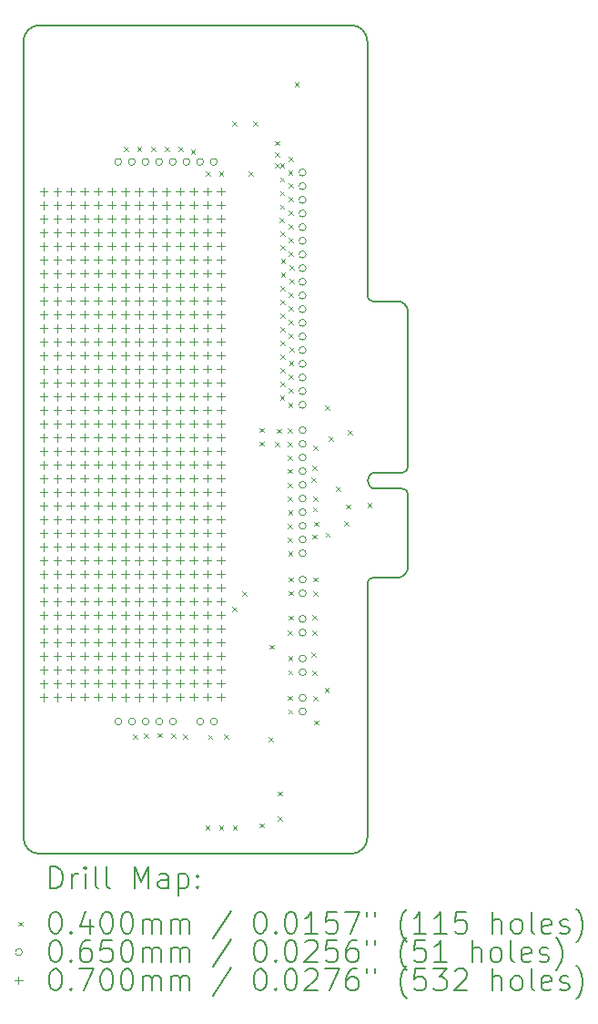
<source format=gbr>
%TF.GenerationSoftware,KiCad,Pcbnew,8.0.4*%
%TF.CreationDate,2025-01-28T00:25:07+01:00*%
%TF.ProjectId,uconsole-expansion-card-template,75636f6e-736f-46c6-952d-657870616e73,0.1*%
%TF.SameCoordinates,Original*%
%TF.FileFunction,Drillmap*%
%TF.FilePolarity,Positive*%
%FSLAX45Y45*%
G04 Gerber Fmt 4.5, Leading zero omitted, Abs format (unit mm)*
G04 Created by KiCad (PCBNEW 8.0.4) date 2025-01-28 00:25:07*
%MOMM*%
%LPD*%
G01*
G04 APERTURE LIST*
%ADD10C,0.200000*%
%ADD11C,0.100000*%
G04 APERTURE END LIST*
D10*
X11688500Y-8715000D02*
G75*
G02*
X11788500Y-8815000I0J-100000D01*
G01*
X8361500Y-6150000D02*
X11261500Y-6150000D01*
X8361500Y-13850000D02*
G75*
G02*
X8211500Y-13700000I0J150000D01*
G01*
X11788500Y-11185000D02*
G75*
G02*
X11688500Y-11285000I-100000J0D01*
G01*
X11688500Y-11285000D02*
X11461500Y-11285000D01*
X11411500Y-6300000D02*
X11411500Y-8665000D01*
X11411500Y-11335000D02*
X11411500Y-13700000D01*
X11788500Y-8815000D02*
X11788500Y-10258000D01*
X11261500Y-13850000D02*
X8361500Y-13850000D01*
X8211500Y-13700000D02*
X8211500Y-6300000D01*
X11788500Y-10258000D02*
G75*
G02*
X11738500Y-10308000I-50000J0D01*
G01*
X11488500Y-10458000D02*
G75*
G02*
X11488500Y-10308000I0J75000D01*
G01*
X11411500Y-11335000D02*
G75*
G02*
X11461500Y-11285000I50000J0D01*
G01*
X11488500Y-10308000D02*
X11738500Y-10308000D01*
X11738500Y-10458000D02*
G75*
G02*
X11788500Y-10508000I0J-50000D01*
G01*
X11411500Y-13700000D02*
G75*
G02*
X11261500Y-13850000I-150000J0D01*
G01*
X11788500Y-10508000D02*
X11788500Y-11185000D01*
X11461500Y-8715000D02*
G75*
G02*
X11411500Y-8665000I0J50000D01*
G01*
X11461500Y-8715000D02*
X11688500Y-8715000D01*
X11738500Y-10458000D02*
X11488500Y-10458000D01*
X11261500Y-6150000D02*
G75*
G02*
X11411500Y-6300000I0J-150000D01*
G01*
X8211500Y-6300000D02*
G75*
G02*
X8361500Y-6150000I150000J0D01*
G01*
D11*
X9144340Y-7279980D02*
X9184340Y-7319980D01*
X9184340Y-7279980D02*
X9144340Y-7319980D01*
X9230700Y-12738440D02*
X9270700Y-12778440D01*
X9270700Y-12738440D02*
X9230700Y-12778440D01*
X9268800Y-7277440D02*
X9308800Y-7317440D01*
X9308800Y-7277440D02*
X9268800Y-7317440D01*
X9334840Y-12730821D02*
X9374840Y-12770821D01*
X9374840Y-12730821D02*
X9334840Y-12770821D01*
X9398340Y-7282520D02*
X9438340Y-7322520D01*
X9438340Y-7282520D02*
X9398340Y-7322520D01*
X9457107Y-12728627D02*
X9497107Y-12768627D01*
X9497107Y-12728627D02*
X9457107Y-12768627D01*
X9527880Y-7279980D02*
X9567880Y-7319980D01*
X9567880Y-7279980D02*
X9527880Y-7319980D01*
X9588918Y-12733438D02*
X9628918Y-12773438D01*
X9628918Y-12733438D02*
X9588918Y-12773438D01*
X9652340Y-7277440D02*
X9692340Y-7317440D01*
X9692340Y-7277440D02*
X9652340Y-7317440D01*
X9696161Y-12743547D02*
X9736161Y-12783547D01*
X9736161Y-12743547D02*
X9696161Y-12783547D01*
X9769180Y-7307920D02*
X9809180Y-7347920D01*
X9809180Y-7307920D02*
X9769180Y-7347920D01*
X9903800Y-13586800D02*
X9943800Y-13626800D01*
X9943800Y-13586800D02*
X9903800Y-13626800D01*
X9905728Y-7508814D02*
X9945728Y-7548814D01*
X9945728Y-7508814D02*
X9905728Y-7548814D01*
X9929200Y-12746060D02*
X9969200Y-12786060D01*
X9969200Y-12746060D02*
X9929200Y-12786060D01*
X10030800Y-7508580D02*
X10070800Y-7548580D01*
X10070800Y-7508580D02*
X10030800Y-7548580D01*
X10030800Y-13586800D02*
X10070800Y-13626800D01*
X10070800Y-13586800D02*
X10030800Y-13626800D01*
X10079060Y-12740980D02*
X10119060Y-12780980D01*
X10119060Y-12740980D02*
X10079060Y-12780980D01*
X10152364Y-11556808D02*
X10192364Y-11596808D01*
X10192364Y-11556808D02*
X10152364Y-11596808D01*
X10153704Y-7042380D02*
X10193704Y-7082380D01*
X10193704Y-7042380D02*
X10153704Y-7082380D01*
X10157800Y-13586800D02*
X10197800Y-13626800D01*
X10197800Y-13586800D02*
X10157800Y-13626800D01*
X10244467Y-11412867D02*
X10284467Y-11452867D01*
X10284467Y-11412867D02*
X10244467Y-11452867D01*
X10307660Y-7511121D02*
X10347660Y-7551121D01*
X10347660Y-7511121D02*
X10307660Y-7551121D01*
X10349008Y-7042380D02*
X10389008Y-7082380D01*
X10389008Y-7042380D02*
X10349008Y-7082380D01*
X10405450Y-13567750D02*
X10445450Y-13607750D01*
X10445450Y-13567750D02*
X10405450Y-13607750D01*
X10408960Y-9891100D02*
X10448960Y-9931100D01*
X10448960Y-9891100D02*
X10408960Y-9931100D01*
X10409260Y-10018100D02*
X10449260Y-10058100D01*
X10449260Y-10018100D02*
X10409260Y-10058100D01*
X10493080Y-12763840D02*
X10533080Y-12803840D01*
X10533080Y-12763840D02*
X10493080Y-12803840D01*
X10500700Y-11907860D02*
X10540700Y-11947860D01*
X10540700Y-11907860D02*
X10500700Y-11947860D01*
X10554040Y-7224100D02*
X10594040Y-7264100D01*
X10594040Y-7224100D02*
X10554040Y-7264100D01*
X10554040Y-7328240D02*
X10594040Y-7368240D01*
X10594040Y-7328240D02*
X10554040Y-7368240D01*
X10554040Y-7432380D02*
X10594040Y-7472380D01*
X10594040Y-7432380D02*
X10554040Y-7472380D01*
X10554040Y-10020640D02*
X10594040Y-10060640D01*
X10594040Y-10020640D02*
X10554040Y-10060640D01*
X10571012Y-9900152D02*
X10611012Y-9940152D01*
X10611012Y-9900152D02*
X10571012Y-9940152D01*
X10579440Y-13504340D02*
X10619440Y-13544340D01*
X10619440Y-13504340D02*
X10579440Y-13544340D01*
X10579581Y-13270000D02*
X10619581Y-13310000D01*
X10619581Y-13270000D02*
X10579581Y-13310000D01*
X10597220Y-7942920D02*
X10637220Y-7982920D01*
X10637220Y-7942920D02*
X10597220Y-7982920D01*
X10599760Y-7434920D02*
X10639760Y-7474920D01*
X10639760Y-7434920D02*
X10599760Y-7474920D01*
X10599760Y-7564460D02*
X10639760Y-7604460D01*
X10639760Y-7564460D02*
X10599760Y-7604460D01*
X10599760Y-7691460D02*
X10639760Y-7731460D01*
X10639760Y-7691460D02*
X10599760Y-7731460D01*
X10599760Y-7818460D02*
X10639760Y-7858460D01*
X10639760Y-7818460D02*
X10599760Y-7858460D01*
X10599760Y-9593920D02*
X10639760Y-9633920D01*
X10639760Y-9593920D02*
X10599760Y-9633920D01*
X10601240Y-8577920D02*
X10641240Y-8617920D01*
X10641240Y-8577920D02*
X10601240Y-8617920D01*
X10601240Y-9466920D02*
X10641240Y-9506920D01*
X10641240Y-9466920D02*
X10601240Y-9506920D01*
X10602300Y-9212920D02*
X10642300Y-9252920D01*
X10642300Y-9212920D02*
X10602300Y-9252920D01*
X10602300Y-8069920D02*
X10642300Y-8109920D01*
X10642300Y-8069920D02*
X10602300Y-8109920D01*
X10602300Y-8958920D02*
X10642300Y-8998920D01*
X10642300Y-8958920D02*
X10602300Y-8998920D01*
X10602300Y-9339920D02*
X10642300Y-9379920D01*
X10642300Y-9339920D02*
X10602300Y-9379920D01*
X10602300Y-8704920D02*
X10642300Y-8744920D01*
X10642300Y-8704920D02*
X10602300Y-8744920D01*
X10602300Y-8831920D02*
X10642300Y-8871920D01*
X10642300Y-8831920D02*
X10602300Y-8871920D01*
X10602300Y-9085920D02*
X10642300Y-9125920D01*
X10642300Y-9085920D02*
X10602300Y-9125920D01*
X10604840Y-8196920D02*
X10644840Y-8236920D01*
X10644840Y-8196920D02*
X10604840Y-8236920D01*
X10607380Y-8323920D02*
X10647380Y-8363920D01*
X10647380Y-8323920D02*
X10607380Y-8363920D01*
X10607380Y-8450920D02*
X10647380Y-8490920D01*
X10647380Y-8450920D02*
X10607380Y-8490920D01*
X10668340Y-11775780D02*
X10708340Y-11815780D01*
X10708340Y-11775780D02*
X10668340Y-11815780D01*
X10670877Y-12380300D02*
X10710877Y-12420300D01*
X10710877Y-12380300D02*
X10670877Y-12420300D01*
X10670880Y-10147640D02*
X10710880Y-10187640D01*
X10710880Y-10147640D02*
X10670880Y-10187640D01*
X10673420Y-10782640D02*
X10713420Y-10822640D01*
X10713420Y-10782640D02*
X10673420Y-10822640D01*
X10673420Y-9893640D02*
X10713420Y-9933640D01*
X10713420Y-9893640D02*
X10673420Y-9933640D01*
X10673420Y-10020640D02*
X10713420Y-10060640D01*
X10713420Y-10020640D02*
X10673420Y-10060640D01*
X10673420Y-10272100D02*
X10713420Y-10312100D01*
X10713420Y-10272100D02*
X10673420Y-10312100D01*
X10673420Y-10401640D02*
X10713420Y-10441640D01*
X10713420Y-10401640D02*
X10673420Y-10441640D01*
X10673420Y-10909640D02*
X10713420Y-10949640D01*
X10713420Y-10909640D02*
X10673420Y-10949640D01*
X10673420Y-10528640D02*
X10713420Y-10568640D01*
X10713420Y-10528640D02*
X10673420Y-10568640D01*
X10674919Y-12508800D02*
X10714919Y-12548800D01*
X10714919Y-12508800D02*
X10674919Y-12548800D01*
X10675960Y-7498420D02*
X10715960Y-7538420D01*
X10715960Y-7498420D02*
X10675960Y-7538420D01*
X10675960Y-9657420D02*
X10715960Y-9697420D01*
X10715960Y-9657420D02*
X10675960Y-9697420D01*
X10675960Y-10655640D02*
X10715960Y-10695640D01*
X10715960Y-10655640D02*
X10675960Y-10695640D01*
X10675960Y-12014540D02*
X10715960Y-12054540D01*
X10715960Y-12014540D02*
X10675960Y-12054540D01*
X10675960Y-12144080D02*
X10715960Y-12184080D01*
X10715960Y-12144080D02*
X10675960Y-12184080D01*
X10675960Y-11036640D02*
X10715960Y-11076640D01*
X10715960Y-11036640D02*
X10675960Y-11076640D01*
X10676162Y-7997420D02*
X10716162Y-8037420D01*
X10716162Y-7997420D02*
X10676162Y-8037420D01*
X10676331Y-7370600D02*
X10716331Y-7410600D01*
X10716331Y-7370600D02*
X10676331Y-7410600D01*
X10678500Y-11407480D02*
X10718500Y-11447480D01*
X10718500Y-11407480D02*
X10678500Y-11447480D01*
X10678611Y-7745960D02*
X10718611Y-7785960D01*
X10718611Y-7745960D02*
X10678611Y-7785960D01*
X10679641Y-7618960D02*
X10719641Y-7658960D01*
X10719641Y-7618960D02*
X10679641Y-7658960D01*
X10680038Y-9521420D02*
X10720038Y-9561420D01*
X10720038Y-9521420D02*
X10680038Y-9561420D01*
X10680275Y-8632420D02*
X10720275Y-8672420D01*
X10720275Y-8632420D02*
X10680275Y-8672420D01*
X10680300Y-7870420D02*
X10720300Y-7910420D01*
X10720300Y-7870420D02*
X10680300Y-7910420D01*
X10680479Y-8886420D02*
X10720479Y-8926420D01*
X10720479Y-8886420D02*
X10680479Y-8926420D01*
X10681013Y-8759420D02*
X10721013Y-8799420D01*
X10721013Y-8759420D02*
X10681013Y-8799420D01*
X10681040Y-8251420D02*
X10721040Y-8291420D01*
X10721040Y-8251420D02*
X10681040Y-8291420D01*
X10681040Y-11280480D02*
X10721040Y-11320480D01*
X10721040Y-11280480D02*
X10681040Y-11320480D01*
X10681113Y-9394420D02*
X10721113Y-9434420D01*
X10721113Y-9394420D02*
X10681113Y-9434420D01*
X10681199Y-8124420D02*
X10721199Y-8164420D01*
X10721199Y-8124420D02*
X10681199Y-8164420D01*
X10681409Y-9013420D02*
X10721409Y-9053420D01*
X10721409Y-9013420D02*
X10681409Y-9053420D01*
X10681505Y-11635615D02*
X10721505Y-11675615D01*
X10721505Y-11635615D02*
X10681505Y-11675615D01*
X10684274Y-9267420D02*
X10724274Y-9307420D01*
X10724274Y-9267420D02*
X10684274Y-9307420D01*
X10685029Y-9140420D02*
X10725029Y-9180420D01*
X10725029Y-9140420D02*
X10685029Y-9180420D01*
X10686187Y-8505420D02*
X10726187Y-8545420D01*
X10726187Y-8505420D02*
X10686187Y-8545420D01*
X10690585Y-8378420D02*
X10730585Y-8418420D01*
X10730585Y-8378420D02*
X10690585Y-8418420D01*
X10733000Y-6678465D02*
X10773000Y-6718465D01*
X10773000Y-6678465D02*
X10733000Y-6718465D01*
X10889320Y-10355920D02*
X10929320Y-10395920D01*
X10929320Y-10355920D02*
X10889320Y-10395920D01*
X10893633Y-11976376D02*
X10933633Y-12016376D01*
X10933633Y-11976376D02*
X10893633Y-12016376D01*
X10896940Y-11634442D02*
X10936940Y-11674442D01*
X10936940Y-11634442D02*
X10896940Y-11674442D01*
X10898243Y-10883003D02*
X10938243Y-10923003D01*
X10938243Y-10883003D02*
X10898243Y-10923003D01*
X10900750Y-11774510D02*
X10940750Y-11814510D01*
X10940750Y-11774510D02*
X10900750Y-11814510D01*
X10901961Y-10244284D02*
X10941961Y-10284284D01*
X10941961Y-10244284D02*
X10901961Y-10284284D01*
X10902020Y-12146620D02*
X10942020Y-12186620D01*
X10942020Y-12146620D02*
X10902020Y-12186620D01*
X10903699Y-10629379D02*
X10943699Y-10669379D01*
X10943699Y-10629379D02*
X10903699Y-10669379D01*
X10907100Y-11410020D02*
X10947100Y-11450020D01*
X10947100Y-11410020D02*
X10907100Y-11450020D01*
X10907580Y-10058748D02*
X10947580Y-10098748D01*
X10947580Y-10058748D02*
X10907580Y-10098748D01*
X10909640Y-11280480D02*
X10949640Y-11320480D01*
X10949640Y-11280480D02*
X10909640Y-11320480D01*
X10909640Y-12382840D02*
X10949640Y-12422840D01*
X10949640Y-12382840D02*
X10909640Y-12422840D01*
X10909738Y-10529562D02*
X10949738Y-10569562D01*
X10949738Y-10529562D02*
X10909738Y-10569562D01*
X10917325Y-10764925D02*
X10957325Y-10804925D01*
X10957325Y-10764925D02*
X10917325Y-10804925D01*
X10919083Y-12610240D02*
X10959083Y-12650240D01*
X10959083Y-12610240D02*
X10919083Y-12650240D01*
X11012600Y-12311720D02*
X11052600Y-12351720D01*
X11052600Y-12311720D02*
X11012600Y-12351720D01*
X11016321Y-9685792D02*
X11056321Y-9725792D01*
X11056321Y-9685792D02*
X11016321Y-9725792D01*
X11020935Y-10865995D02*
X11060935Y-10905995D01*
X11060935Y-10865995D02*
X11020935Y-10905995D01*
X11048587Y-9973756D02*
X11088587Y-10013756D01*
X11088587Y-9973756D02*
X11048587Y-10013756D01*
X11117137Y-10437837D02*
X11157137Y-10477837D01*
X11157137Y-10437837D02*
X11117137Y-10477837D01*
X11195460Y-10759385D02*
X11235460Y-10799385D01*
X11235460Y-10759385D02*
X11195460Y-10799385D01*
X11210641Y-10603701D02*
X11250641Y-10643701D01*
X11250641Y-10603701D02*
X11210641Y-10643701D01*
X11229565Y-9914636D02*
X11269565Y-9954636D01*
X11269565Y-9914636D02*
X11229565Y-9954636D01*
X11412560Y-10589600D02*
X11452560Y-10629600D01*
X11452560Y-10589600D02*
X11412560Y-10629600D01*
X9126220Y-7420700D02*
G75*
G02*
X9061220Y-7420700I-32500J0D01*
G01*
X9061220Y-7420700D02*
G75*
G02*
X9126220Y-7420700I32500J0D01*
G01*
X9128260Y-12621280D02*
G75*
G02*
X9063260Y-12621280I-32500J0D01*
G01*
X9063260Y-12621280D02*
G75*
G02*
X9128260Y-12621280I32500J0D01*
G01*
X9253220Y-7420700D02*
G75*
G02*
X9188220Y-7420700I-32500J0D01*
G01*
X9188220Y-7420700D02*
G75*
G02*
X9253220Y-7420700I32500J0D01*
G01*
X9255260Y-12621280D02*
G75*
G02*
X9190260Y-12621280I-32500J0D01*
G01*
X9190260Y-12621280D02*
G75*
G02*
X9255260Y-12621280I32500J0D01*
G01*
X9380220Y-7420700D02*
G75*
G02*
X9315220Y-7420700I-32500J0D01*
G01*
X9315220Y-7420700D02*
G75*
G02*
X9380220Y-7420700I32500J0D01*
G01*
X9382260Y-12621280D02*
G75*
G02*
X9317260Y-12621280I-32500J0D01*
G01*
X9317260Y-12621280D02*
G75*
G02*
X9382260Y-12621280I32500J0D01*
G01*
X9507220Y-7420700D02*
G75*
G02*
X9442220Y-7420700I-32500J0D01*
G01*
X9442220Y-7420700D02*
G75*
G02*
X9507220Y-7420700I32500J0D01*
G01*
X9509260Y-12621280D02*
G75*
G02*
X9444260Y-12621280I-32500J0D01*
G01*
X9444260Y-12621280D02*
G75*
G02*
X9509260Y-12621280I32500J0D01*
G01*
X9634220Y-7420700D02*
G75*
G02*
X9569220Y-7420700I-32500J0D01*
G01*
X9569220Y-7420700D02*
G75*
G02*
X9634220Y-7420700I32500J0D01*
G01*
X9636260Y-12621280D02*
G75*
G02*
X9571260Y-12621280I-32500J0D01*
G01*
X9571260Y-12621280D02*
G75*
G02*
X9636260Y-12621280I32500J0D01*
G01*
X9761220Y-7420700D02*
G75*
G02*
X9696220Y-7420700I-32500J0D01*
G01*
X9696220Y-7420700D02*
G75*
G02*
X9761220Y-7420700I32500J0D01*
G01*
X9888220Y-7420700D02*
G75*
G02*
X9823220Y-7420700I-32500J0D01*
G01*
X9823220Y-7420700D02*
G75*
G02*
X9888220Y-7420700I32500J0D01*
G01*
X9890260Y-12621280D02*
G75*
G02*
X9825260Y-12621280I-32500J0D01*
G01*
X9825260Y-12621280D02*
G75*
G02*
X9890260Y-12621280I32500J0D01*
G01*
X10015220Y-7420700D02*
G75*
G02*
X9950220Y-7420700I-32500J0D01*
G01*
X9950220Y-7420700D02*
G75*
G02*
X10015220Y-7420700I32500J0D01*
G01*
X10017260Y-12621280D02*
G75*
G02*
X9952260Y-12621280I-32500J0D01*
G01*
X9952260Y-12621280D02*
G75*
G02*
X10017260Y-12621280I32500J0D01*
G01*
X10840220Y-7518420D02*
G75*
G02*
X10775220Y-7518420I-32500J0D01*
G01*
X10775220Y-7518420D02*
G75*
G02*
X10840220Y-7518420I32500J0D01*
G01*
X10840220Y-7645420D02*
G75*
G02*
X10775220Y-7645420I-32500J0D01*
G01*
X10775220Y-7645420D02*
G75*
G02*
X10840220Y-7645420I32500J0D01*
G01*
X10840220Y-7772420D02*
G75*
G02*
X10775220Y-7772420I-32500J0D01*
G01*
X10775220Y-7772420D02*
G75*
G02*
X10840220Y-7772420I32500J0D01*
G01*
X10840220Y-7899420D02*
G75*
G02*
X10775220Y-7899420I-32500J0D01*
G01*
X10775220Y-7899420D02*
G75*
G02*
X10840220Y-7899420I32500J0D01*
G01*
X10840220Y-8026420D02*
G75*
G02*
X10775220Y-8026420I-32500J0D01*
G01*
X10775220Y-8026420D02*
G75*
G02*
X10840220Y-8026420I32500J0D01*
G01*
X10840220Y-8153420D02*
G75*
G02*
X10775220Y-8153420I-32500J0D01*
G01*
X10775220Y-8153420D02*
G75*
G02*
X10840220Y-8153420I32500J0D01*
G01*
X10840220Y-8280420D02*
G75*
G02*
X10775220Y-8280420I-32500J0D01*
G01*
X10775220Y-8280420D02*
G75*
G02*
X10840220Y-8280420I32500J0D01*
G01*
X10840220Y-8407420D02*
G75*
G02*
X10775220Y-8407420I-32500J0D01*
G01*
X10775220Y-8407420D02*
G75*
G02*
X10840220Y-8407420I32500J0D01*
G01*
X10840220Y-8534420D02*
G75*
G02*
X10775220Y-8534420I-32500J0D01*
G01*
X10775220Y-8534420D02*
G75*
G02*
X10840220Y-8534420I32500J0D01*
G01*
X10840220Y-8661420D02*
G75*
G02*
X10775220Y-8661420I-32500J0D01*
G01*
X10775220Y-8661420D02*
G75*
G02*
X10840220Y-8661420I32500J0D01*
G01*
X10840220Y-8788420D02*
G75*
G02*
X10775220Y-8788420I-32500J0D01*
G01*
X10775220Y-8788420D02*
G75*
G02*
X10840220Y-8788420I32500J0D01*
G01*
X10840220Y-8915420D02*
G75*
G02*
X10775220Y-8915420I-32500J0D01*
G01*
X10775220Y-8915420D02*
G75*
G02*
X10840220Y-8915420I32500J0D01*
G01*
X10840220Y-9042420D02*
G75*
G02*
X10775220Y-9042420I-32500J0D01*
G01*
X10775220Y-9042420D02*
G75*
G02*
X10840220Y-9042420I32500J0D01*
G01*
X10840220Y-9169420D02*
G75*
G02*
X10775220Y-9169420I-32500J0D01*
G01*
X10775220Y-9169420D02*
G75*
G02*
X10840220Y-9169420I32500J0D01*
G01*
X10840220Y-9296420D02*
G75*
G02*
X10775220Y-9296420I-32500J0D01*
G01*
X10775220Y-9296420D02*
G75*
G02*
X10840220Y-9296420I32500J0D01*
G01*
X10840220Y-9423420D02*
G75*
G02*
X10775220Y-9423420I-32500J0D01*
G01*
X10775220Y-9423420D02*
G75*
G02*
X10840220Y-9423420I32500J0D01*
G01*
X10840220Y-9550420D02*
G75*
G02*
X10775220Y-9550420I-32500J0D01*
G01*
X10775220Y-9550420D02*
G75*
G02*
X10840220Y-9550420I32500J0D01*
G01*
X10840220Y-9677420D02*
G75*
G02*
X10775220Y-9677420I-32500J0D01*
G01*
X10775220Y-9677420D02*
G75*
G02*
X10840220Y-9677420I32500J0D01*
G01*
X10840220Y-9913640D02*
G75*
G02*
X10775220Y-9913640I-32500J0D01*
G01*
X10775220Y-9913640D02*
G75*
G02*
X10840220Y-9913640I32500J0D01*
G01*
X10840220Y-10040640D02*
G75*
G02*
X10775220Y-10040640I-32500J0D01*
G01*
X10775220Y-10040640D02*
G75*
G02*
X10840220Y-10040640I32500J0D01*
G01*
X10840220Y-10167640D02*
G75*
G02*
X10775220Y-10167640I-32500J0D01*
G01*
X10775220Y-10167640D02*
G75*
G02*
X10840220Y-10167640I32500J0D01*
G01*
X10840220Y-10294640D02*
G75*
G02*
X10775220Y-10294640I-32500J0D01*
G01*
X10775220Y-10294640D02*
G75*
G02*
X10840220Y-10294640I32500J0D01*
G01*
X10840220Y-10421640D02*
G75*
G02*
X10775220Y-10421640I-32500J0D01*
G01*
X10775220Y-10421640D02*
G75*
G02*
X10840220Y-10421640I32500J0D01*
G01*
X10840220Y-10548640D02*
G75*
G02*
X10775220Y-10548640I-32500J0D01*
G01*
X10775220Y-10548640D02*
G75*
G02*
X10840220Y-10548640I32500J0D01*
G01*
X10840220Y-10675640D02*
G75*
G02*
X10775220Y-10675640I-32500J0D01*
G01*
X10775220Y-10675640D02*
G75*
G02*
X10840220Y-10675640I32500J0D01*
G01*
X10840220Y-10802640D02*
G75*
G02*
X10775220Y-10802640I-32500J0D01*
G01*
X10775220Y-10802640D02*
G75*
G02*
X10840220Y-10802640I32500J0D01*
G01*
X10840220Y-10929640D02*
G75*
G02*
X10775220Y-10929640I-32500J0D01*
G01*
X10775220Y-10929640D02*
G75*
G02*
X10840220Y-10929640I32500J0D01*
G01*
X10840220Y-11056640D02*
G75*
G02*
X10775220Y-11056640I-32500J0D01*
G01*
X10775220Y-11056640D02*
G75*
G02*
X10840220Y-11056640I32500J0D01*
G01*
X10841420Y-11301980D02*
G75*
G02*
X10776420Y-11301980I-32500J0D01*
G01*
X10776420Y-11301980D02*
G75*
G02*
X10841420Y-11301980I32500J0D01*
G01*
X10841420Y-11428980D02*
G75*
G02*
X10776420Y-11428980I-32500J0D01*
G01*
X10776420Y-11428980D02*
G75*
G02*
X10841420Y-11428980I32500J0D01*
G01*
X10841420Y-11667740D02*
G75*
G02*
X10776420Y-11667740I-32500J0D01*
G01*
X10776420Y-11667740D02*
G75*
G02*
X10841420Y-11667740I32500J0D01*
G01*
X10841420Y-11794740D02*
G75*
G02*
X10776420Y-11794740I-32500J0D01*
G01*
X10776420Y-11794740D02*
G75*
G02*
X10841420Y-11794740I32500J0D01*
G01*
X10841420Y-12036040D02*
G75*
G02*
X10776420Y-12036040I-32500J0D01*
G01*
X10776420Y-12036040D02*
G75*
G02*
X10841420Y-12036040I32500J0D01*
G01*
X10841420Y-12163040D02*
G75*
G02*
X10776420Y-12163040I-32500J0D01*
G01*
X10776420Y-12163040D02*
G75*
G02*
X10841420Y-12163040I32500J0D01*
G01*
X10841420Y-12401800D02*
G75*
G02*
X10776420Y-12401800I-32500J0D01*
G01*
X10776420Y-12401800D02*
G75*
G02*
X10841420Y-12401800I32500J0D01*
G01*
X10841420Y-12528800D02*
G75*
G02*
X10776420Y-12528800I-32500J0D01*
G01*
X10776420Y-12528800D02*
G75*
G02*
X10841420Y-12528800I32500J0D01*
G01*
X8398260Y-7662720D02*
X8398260Y-7732720D01*
X8363260Y-7697720D02*
X8433260Y-7697720D01*
X8398260Y-7789720D02*
X8398260Y-7859720D01*
X8363260Y-7824720D02*
X8433260Y-7824720D01*
X8398260Y-7916720D02*
X8398260Y-7986720D01*
X8363260Y-7951720D02*
X8433260Y-7951720D01*
X8398260Y-8043720D02*
X8398260Y-8113720D01*
X8363260Y-8078720D02*
X8433260Y-8078720D01*
X8398260Y-8170720D02*
X8398260Y-8240720D01*
X8363260Y-8205720D02*
X8433260Y-8205720D01*
X8398260Y-8297720D02*
X8398260Y-8367720D01*
X8363260Y-8332720D02*
X8433260Y-8332720D01*
X8398260Y-8424720D02*
X8398260Y-8494720D01*
X8363260Y-8459720D02*
X8433260Y-8459720D01*
X8398260Y-8551720D02*
X8398260Y-8621720D01*
X8363260Y-8586720D02*
X8433260Y-8586720D01*
X8398260Y-8678720D02*
X8398260Y-8748720D01*
X8363260Y-8713720D02*
X8433260Y-8713720D01*
X8398260Y-8805720D02*
X8398260Y-8875720D01*
X8363260Y-8840720D02*
X8433260Y-8840720D01*
X8398260Y-8932720D02*
X8398260Y-9002720D01*
X8363260Y-8967720D02*
X8433260Y-8967720D01*
X8398260Y-9059720D02*
X8398260Y-9129720D01*
X8363260Y-9094720D02*
X8433260Y-9094720D01*
X8398260Y-9186720D02*
X8398260Y-9256720D01*
X8363260Y-9221720D02*
X8433260Y-9221720D01*
X8398260Y-9313720D02*
X8398260Y-9383720D01*
X8363260Y-9348720D02*
X8433260Y-9348720D01*
X8398260Y-9440720D02*
X8398260Y-9510720D01*
X8363260Y-9475720D02*
X8433260Y-9475720D01*
X8398260Y-9567720D02*
X8398260Y-9637720D01*
X8363260Y-9602720D02*
X8433260Y-9602720D01*
X8398260Y-9694720D02*
X8398260Y-9764720D01*
X8363260Y-9729720D02*
X8433260Y-9729720D01*
X8398260Y-9821720D02*
X8398260Y-9891720D01*
X8363260Y-9856720D02*
X8433260Y-9856720D01*
X8398260Y-9948720D02*
X8398260Y-10018720D01*
X8363260Y-9983720D02*
X8433260Y-9983720D01*
X8398260Y-10075720D02*
X8398260Y-10145720D01*
X8363260Y-10110720D02*
X8433260Y-10110720D01*
X8398260Y-10202720D02*
X8398260Y-10272720D01*
X8363260Y-10237720D02*
X8433260Y-10237720D01*
X8398260Y-10329720D02*
X8398260Y-10399720D01*
X8363260Y-10364720D02*
X8433260Y-10364720D01*
X8398260Y-10456720D02*
X8398260Y-10526720D01*
X8363260Y-10491720D02*
X8433260Y-10491720D01*
X8398260Y-10583720D02*
X8398260Y-10653720D01*
X8363260Y-10618720D02*
X8433260Y-10618720D01*
X8398260Y-10710720D02*
X8398260Y-10780720D01*
X8363260Y-10745720D02*
X8433260Y-10745720D01*
X8398260Y-10837720D02*
X8398260Y-10907720D01*
X8363260Y-10872720D02*
X8433260Y-10872720D01*
X8398260Y-10964720D02*
X8398260Y-11034720D01*
X8363260Y-10999720D02*
X8433260Y-10999720D01*
X8398260Y-11091720D02*
X8398260Y-11161720D01*
X8363260Y-11126720D02*
X8433260Y-11126720D01*
X8398260Y-11218720D02*
X8398260Y-11288720D01*
X8363260Y-11253720D02*
X8433260Y-11253720D01*
X8398260Y-11345720D02*
X8398260Y-11415720D01*
X8363260Y-11380720D02*
X8433260Y-11380720D01*
X8398260Y-11472720D02*
X8398260Y-11542720D01*
X8363260Y-11507720D02*
X8433260Y-11507720D01*
X8398260Y-11599720D02*
X8398260Y-11669720D01*
X8363260Y-11634720D02*
X8433260Y-11634720D01*
X8398260Y-11726720D02*
X8398260Y-11796720D01*
X8363260Y-11761720D02*
X8433260Y-11761720D01*
X8398260Y-11853720D02*
X8398260Y-11923720D01*
X8363260Y-11888720D02*
X8433260Y-11888720D01*
X8398260Y-11980720D02*
X8398260Y-12050720D01*
X8363260Y-12015720D02*
X8433260Y-12015720D01*
X8398260Y-12107720D02*
X8398260Y-12177720D01*
X8363260Y-12142720D02*
X8433260Y-12142720D01*
X8398260Y-12234720D02*
X8398260Y-12304720D01*
X8363260Y-12269720D02*
X8433260Y-12269720D01*
X8398260Y-12361720D02*
X8398260Y-12431720D01*
X8363260Y-12396720D02*
X8433260Y-12396720D01*
X8525260Y-7662720D02*
X8525260Y-7732720D01*
X8490260Y-7697720D02*
X8560260Y-7697720D01*
X8525260Y-7789720D02*
X8525260Y-7859720D01*
X8490260Y-7824720D02*
X8560260Y-7824720D01*
X8525260Y-7916720D02*
X8525260Y-7986720D01*
X8490260Y-7951720D02*
X8560260Y-7951720D01*
X8525260Y-8043720D02*
X8525260Y-8113720D01*
X8490260Y-8078720D02*
X8560260Y-8078720D01*
X8525260Y-8170720D02*
X8525260Y-8240720D01*
X8490260Y-8205720D02*
X8560260Y-8205720D01*
X8525260Y-8297720D02*
X8525260Y-8367720D01*
X8490260Y-8332720D02*
X8560260Y-8332720D01*
X8525260Y-8424720D02*
X8525260Y-8494720D01*
X8490260Y-8459720D02*
X8560260Y-8459720D01*
X8525260Y-8551720D02*
X8525260Y-8621720D01*
X8490260Y-8586720D02*
X8560260Y-8586720D01*
X8525260Y-8678720D02*
X8525260Y-8748720D01*
X8490260Y-8713720D02*
X8560260Y-8713720D01*
X8525260Y-8805720D02*
X8525260Y-8875720D01*
X8490260Y-8840720D02*
X8560260Y-8840720D01*
X8525260Y-8932720D02*
X8525260Y-9002720D01*
X8490260Y-8967720D02*
X8560260Y-8967720D01*
X8525260Y-9059720D02*
X8525260Y-9129720D01*
X8490260Y-9094720D02*
X8560260Y-9094720D01*
X8525260Y-9186720D02*
X8525260Y-9256720D01*
X8490260Y-9221720D02*
X8560260Y-9221720D01*
X8525260Y-9313720D02*
X8525260Y-9383720D01*
X8490260Y-9348720D02*
X8560260Y-9348720D01*
X8525260Y-9440720D02*
X8525260Y-9510720D01*
X8490260Y-9475720D02*
X8560260Y-9475720D01*
X8525260Y-9567720D02*
X8525260Y-9637720D01*
X8490260Y-9602720D02*
X8560260Y-9602720D01*
X8525260Y-9694720D02*
X8525260Y-9764720D01*
X8490260Y-9729720D02*
X8560260Y-9729720D01*
X8525260Y-9821720D02*
X8525260Y-9891720D01*
X8490260Y-9856720D02*
X8560260Y-9856720D01*
X8525260Y-9948720D02*
X8525260Y-10018720D01*
X8490260Y-9983720D02*
X8560260Y-9983720D01*
X8525260Y-10075720D02*
X8525260Y-10145720D01*
X8490260Y-10110720D02*
X8560260Y-10110720D01*
X8525260Y-10202720D02*
X8525260Y-10272720D01*
X8490260Y-10237720D02*
X8560260Y-10237720D01*
X8525260Y-10329720D02*
X8525260Y-10399720D01*
X8490260Y-10364720D02*
X8560260Y-10364720D01*
X8525260Y-10456720D02*
X8525260Y-10526720D01*
X8490260Y-10491720D02*
X8560260Y-10491720D01*
X8525260Y-10583720D02*
X8525260Y-10653720D01*
X8490260Y-10618720D02*
X8560260Y-10618720D01*
X8525260Y-10710720D02*
X8525260Y-10780720D01*
X8490260Y-10745720D02*
X8560260Y-10745720D01*
X8525260Y-10837720D02*
X8525260Y-10907720D01*
X8490260Y-10872720D02*
X8560260Y-10872720D01*
X8525260Y-10964720D02*
X8525260Y-11034720D01*
X8490260Y-10999720D02*
X8560260Y-10999720D01*
X8525260Y-11091720D02*
X8525260Y-11161720D01*
X8490260Y-11126720D02*
X8560260Y-11126720D01*
X8525260Y-11218720D02*
X8525260Y-11288720D01*
X8490260Y-11253720D02*
X8560260Y-11253720D01*
X8525260Y-11345720D02*
X8525260Y-11415720D01*
X8490260Y-11380720D02*
X8560260Y-11380720D01*
X8525260Y-11472720D02*
X8525260Y-11542720D01*
X8490260Y-11507720D02*
X8560260Y-11507720D01*
X8525260Y-11599720D02*
X8525260Y-11669720D01*
X8490260Y-11634720D02*
X8560260Y-11634720D01*
X8525260Y-11726720D02*
X8525260Y-11796720D01*
X8490260Y-11761720D02*
X8560260Y-11761720D01*
X8525260Y-11853720D02*
X8525260Y-11923720D01*
X8490260Y-11888720D02*
X8560260Y-11888720D01*
X8525260Y-11980720D02*
X8525260Y-12050720D01*
X8490260Y-12015720D02*
X8560260Y-12015720D01*
X8525260Y-12107720D02*
X8525260Y-12177720D01*
X8490260Y-12142720D02*
X8560260Y-12142720D01*
X8525260Y-12234720D02*
X8525260Y-12304720D01*
X8490260Y-12269720D02*
X8560260Y-12269720D01*
X8525260Y-12361720D02*
X8525260Y-12431720D01*
X8490260Y-12396720D02*
X8560260Y-12396720D01*
X8651260Y-7661220D02*
X8651260Y-7731220D01*
X8616260Y-7696220D02*
X8686260Y-7696220D01*
X8651260Y-7788220D02*
X8651260Y-7858220D01*
X8616260Y-7823220D02*
X8686260Y-7823220D01*
X8651260Y-7915220D02*
X8651260Y-7985220D01*
X8616260Y-7950220D02*
X8686260Y-7950220D01*
X8651260Y-8042220D02*
X8651260Y-8112220D01*
X8616260Y-8077220D02*
X8686260Y-8077220D01*
X8651260Y-8169220D02*
X8651260Y-8239220D01*
X8616260Y-8204220D02*
X8686260Y-8204220D01*
X8651260Y-8296220D02*
X8651260Y-8366220D01*
X8616260Y-8331220D02*
X8686260Y-8331220D01*
X8651260Y-8423220D02*
X8651260Y-8493220D01*
X8616260Y-8458220D02*
X8686260Y-8458220D01*
X8651260Y-8550220D02*
X8651260Y-8620220D01*
X8616260Y-8585220D02*
X8686260Y-8585220D01*
X8651260Y-8677220D02*
X8651260Y-8747220D01*
X8616260Y-8712220D02*
X8686260Y-8712220D01*
X8651260Y-8804220D02*
X8651260Y-8874220D01*
X8616260Y-8839220D02*
X8686260Y-8839220D01*
X8651260Y-8931220D02*
X8651260Y-9001220D01*
X8616260Y-8966220D02*
X8686260Y-8966220D01*
X8651260Y-9058220D02*
X8651260Y-9128220D01*
X8616260Y-9093220D02*
X8686260Y-9093220D01*
X8651260Y-9185220D02*
X8651260Y-9255220D01*
X8616260Y-9220220D02*
X8686260Y-9220220D01*
X8651260Y-9312220D02*
X8651260Y-9382220D01*
X8616260Y-9347220D02*
X8686260Y-9347220D01*
X8651260Y-9439220D02*
X8651260Y-9509220D01*
X8616260Y-9474220D02*
X8686260Y-9474220D01*
X8651260Y-9566220D02*
X8651260Y-9636220D01*
X8616260Y-9601220D02*
X8686260Y-9601220D01*
X8651260Y-9693220D02*
X8651260Y-9763220D01*
X8616260Y-9728220D02*
X8686260Y-9728220D01*
X8651260Y-9820220D02*
X8651260Y-9890220D01*
X8616260Y-9855220D02*
X8686260Y-9855220D01*
X8651260Y-9947220D02*
X8651260Y-10017220D01*
X8616260Y-9982220D02*
X8686260Y-9982220D01*
X8651260Y-10074220D02*
X8651260Y-10144220D01*
X8616260Y-10109220D02*
X8686260Y-10109220D01*
X8651260Y-10201220D02*
X8651260Y-10271220D01*
X8616260Y-10236220D02*
X8686260Y-10236220D01*
X8651260Y-10328220D02*
X8651260Y-10398220D01*
X8616260Y-10363220D02*
X8686260Y-10363220D01*
X8651260Y-10455220D02*
X8651260Y-10525220D01*
X8616260Y-10490220D02*
X8686260Y-10490220D01*
X8651260Y-10582220D02*
X8651260Y-10652220D01*
X8616260Y-10617220D02*
X8686260Y-10617220D01*
X8651260Y-10709220D02*
X8651260Y-10779220D01*
X8616260Y-10744220D02*
X8686260Y-10744220D01*
X8651260Y-10836220D02*
X8651260Y-10906220D01*
X8616260Y-10871220D02*
X8686260Y-10871220D01*
X8651260Y-10963220D02*
X8651260Y-11033220D01*
X8616260Y-10998220D02*
X8686260Y-10998220D01*
X8651260Y-11090220D02*
X8651260Y-11160220D01*
X8616260Y-11125220D02*
X8686260Y-11125220D01*
X8651260Y-11217220D02*
X8651260Y-11287220D01*
X8616260Y-11252220D02*
X8686260Y-11252220D01*
X8651260Y-11344220D02*
X8651260Y-11414220D01*
X8616260Y-11379220D02*
X8686260Y-11379220D01*
X8651260Y-11471220D02*
X8651260Y-11541220D01*
X8616260Y-11506220D02*
X8686260Y-11506220D01*
X8651260Y-11598220D02*
X8651260Y-11668220D01*
X8616260Y-11633220D02*
X8686260Y-11633220D01*
X8651260Y-11725220D02*
X8651260Y-11795220D01*
X8616260Y-11760220D02*
X8686260Y-11760220D01*
X8651260Y-11852220D02*
X8651260Y-11922220D01*
X8616260Y-11887220D02*
X8686260Y-11887220D01*
X8651260Y-11979220D02*
X8651260Y-12049220D01*
X8616260Y-12014220D02*
X8686260Y-12014220D01*
X8651260Y-12106220D02*
X8651260Y-12176220D01*
X8616260Y-12141220D02*
X8686260Y-12141220D01*
X8651260Y-12233220D02*
X8651260Y-12303220D01*
X8616260Y-12268220D02*
X8686260Y-12268220D01*
X8651260Y-12360220D02*
X8651260Y-12430220D01*
X8616260Y-12395220D02*
X8686260Y-12395220D01*
X8778260Y-7661220D02*
X8778260Y-7731220D01*
X8743260Y-7696220D02*
X8813260Y-7696220D01*
X8778260Y-7788220D02*
X8778260Y-7858220D01*
X8743260Y-7823220D02*
X8813260Y-7823220D01*
X8778260Y-7915220D02*
X8778260Y-7985220D01*
X8743260Y-7950220D02*
X8813260Y-7950220D01*
X8778260Y-8042220D02*
X8778260Y-8112220D01*
X8743260Y-8077220D02*
X8813260Y-8077220D01*
X8778260Y-8169220D02*
X8778260Y-8239220D01*
X8743260Y-8204220D02*
X8813260Y-8204220D01*
X8778260Y-8296220D02*
X8778260Y-8366220D01*
X8743260Y-8331220D02*
X8813260Y-8331220D01*
X8778260Y-8423220D02*
X8778260Y-8493220D01*
X8743260Y-8458220D02*
X8813260Y-8458220D01*
X8778260Y-8550220D02*
X8778260Y-8620220D01*
X8743260Y-8585220D02*
X8813260Y-8585220D01*
X8778260Y-8677220D02*
X8778260Y-8747220D01*
X8743260Y-8712220D02*
X8813260Y-8712220D01*
X8778260Y-8804220D02*
X8778260Y-8874220D01*
X8743260Y-8839220D02*
X8813260Y-8839220D01*
X8778260Y-8931220D02*
X8778260Y-9001220D01*
X8743260Y-8966220D02*
X8813260Y-8966220D01*
X8778260Y-9058220D02*
X8778260Y-9128220D01*
X8743260Y-9093220D02*
X8813260Y-9093220D01*
X8778260Y-9185220D02*
X8778260Y-9255220D01*
X8743260Y-9220220D02*
X8813260Y-9220220D01*
X8778260Y-9312220D02*
X8778260Y-9382220D01*
X8743260Y-9347220D02*
X8813260Y-9347220D01*
X8778260Y-9439220D02*
X8778260Y-9509220D01*
X8743260Y-9474220D02*
X8813260Y-9474220D01*
X8778260Y-9566220D02*
X8778260Y-9636220D01*
X8743260Y-9601220D02*
X8813260Y-9601220D01*
X8778260Y-9693220D02*
X8778260Y-9763220D01*
X8743260Y-9728220D02*
X8813260Y-9728220D01*
X8778260Y-9820220D02*
X8778260Y-9890220D01*
X8743260Y-9855220D02*
X8813260Y-9855220D01*
X8778260Y-9947220D02*
X8778260Y-10017220D01*
X8743260Y-9982220D02*
X8813260Y-9982220D01*
X8778260Y-10074220D02*
X8778260Y-10144220D01*
X8743260Y-10109220D02*
X8813260Y-10109220D01*
X8778260Y-10201220D02*
X8778260Y-10271220D01*
X8743260Y-10236220D02*
X8813260Y-10236220D01*
X8778260Y-10328220D02*
X8778260Y-10398220D01*
X8743260Y-10363220D02*
X8813260Y-10363220D01*
X8778260Y-10455220D02*
X8778260Y-10525220D01*
X8743260Y-10490220D02*
X8813260Y-10490220D01*
X8778260Y-10582220D02*
X8778260Y-10652220D01*
X8743260Y-10617220D02*
X8813260Y-10617220D01*
X8778260Y-10709220D02*
X8778260Y-10779220D01*
X8743260Y-10744220D02*
X8813260Y-10744220D01*
X8778260Y-10836220D02*
X8778260Y-10906220D01*
X8743260Y-10871220D02*
X8813260Y-10871220D01*
X8778260Y-10963220D02*
X8778260Y-11033220D01*
X8743260Y-10998220D02*
X8813260Y-10998220D01*
X8778260Y-11090220D02*
X8778260Y-11160220D01*
X8743260Y-11125220D02*
X8813260Y-11125220D01*
X8778260Y-11217220D02*
X8778260Y-11287220D01*
X8743260Y-11252220D02*
X8813260Y-11252220D01*
X8778260Y-11344220D02*
X8778260Y-11414220D01*
X8743260Y-11379220D02*
X8813260Y-11379220D01*
X8778260Y-11471220D02*
X8778260Y-11541220D01*
X8743260Y-11506220D02*
X8813260Y-11506220D01*
X8778260Y-11598220D02*
X8778260Y-11668220D01*
X8743260Y-11633220D02*
X8813260Y-11633220D01*
X8778260Y-11725220D02*
X8778260Y-11795220D01*
X8743260Y-11760220D02*
X8813260Y-11760220D01*
X8778260Y-11852220D02*
X8778260Y-11922220D01*
X8743260Y-11887220D02*
X8813260Y-11887220D01*
X8778260Y-11979220D02*
X8778260Y-12049220D01*
X8743260Y-12014220D02*
X8813260Y-12014220D01*
X8778260Y-12106220D02*
X8778260Y-12176220D01*
X8743260Y-12141220D02*
X8813260Y-12141220D01*
X8778260Y-12233220D02*
X8778260Y-12303220D01*
X8743260Y-12268220D02*
X8813260Y-12268220D01*
X8778260Y-12360220D02*
X8778260Y-12430220D01*
X8743260Y-12395220D02*
X8813260Y-12395220D01*
X8905260Y-7661220D02*
X8905260Y-7731220D01*
X8870260Y-7696220D02*
X8940260Y-7696220D01*
X8905260Y-7788220D02*
X8905260Y-7858220D01*
X8870260Y-7823220D02*
X8940260Y-7823220D01*
X8905260Y-7915220D02*
X8905260Y-7985220D01*
X8870260Y-7950220D02*
X8940260Y-7950220D01*
X8905260Y-8042220D02*
X8905260Y-8112220D01*
X8870260Y-8077220D02*
X8940260Y-8077220D01*
X8905260Y-8169220D02*
X8905260Y-8239220D01*
X8870260Y-8204220D02*
X8940260Y-8204220D01*
X8905260Y-8296220D02*
X8905260Y-8366220D01*
X8870260Y-8331220D02*
X8940260Y-8331220D01*
X8905260Y-8423220D02*
X8905260Y-8493220D01*
X8870260Y-8458220D02*
X8940260Y-8458220D01*
X8905260Y-8550220D02*
X8905260Y-8620220D01*
X8870260Y-8585220D02*
X8940260Y-8585220D01*
X8905260Y-8677220D02*
X8905260Y-8747220D01*
X8870260Y-8712220D02*
X8940260Y-8712220D01*
X8905260Y-8804220D02*
X8905260Y-8874220D01*
X8870260Y-8839220D02*
X8940260Y-8839220D01*
X8905260Y-8931220D02*
X8905260Y-9001220D01*
X8870260Y-8966220D02*
X8940260Y-8966220D01*
X8905260Y-9058220D02*
X8905260Y-9128220D01*
X8870260Y-9093220D02*
X8940260Y-9093220D01*
X8905260Y-9185220D02*
X8905260Y-9255220D01*
X8870260Y-9220220D02*
X8940260Y-9220220D01*
X8905260Y-9312220D02*
X8905260Y-9382220D01*
X8870260Y-9347220D02*
X8940260Y-9347220D01*
X8905260Y-9439220D02*
X8905260Y-9509220D01*
X8870260Y-9474220D02*
X8940260Y-9474220D01*
X8905260Y-9566220D02*
X8905260Y-9636220D01*
X8870260Y-9601220D02*
X8940260Y-9601220D01*
X8905260Y-9693220D02*
X8905260Y-9763220D01*
X8870260Y-9728220D02*
X8940260Y-9728220D01*
X8905260Y-9820220D02*
X8905260Y-9890220D01*
X8870260Y-9855220D02*
X8940260Y-9855220D01*
X8905260Y-9947220D02*
X8905260Y-10017220D01*
X8870260Y-9982220D02*
X8940260Y-9982220D01*
X8905260Y-10074220D02*
X8905260Y-10144220D01*
X8870260Y-10109220D02*
X8940260Y-10109220D01*
X8905260Y-10201220D02*
X8905260Y-10271220D01*
X8870260Y-10236220D02*
X8940260Y-10236220D01*
X8905260Y-10328220D02*
X8905260Y-10398220D01*
X8870260Y-10363220D02*
X8940260Y-10363220D01*
X8905260Y-10455220D02*
X8905260Y-10525220D01*
X8870260Y-10490220D02*
X8940260Y-10490220D01*
X8905260Y-10582220D02*
X8905260Y-10652220D01*
X8870260Y-10617220D02*
X8940260Y-10617220D01*
X8905260Y-10709220D02*
X8905260Y-10779220D01*
X8870260Y-10744220D02*
X8940260Y-10744220D01*
X8905260Y-10836220D02*
X8905260Y-10906220D01*
X8870260Y-10871220D02*
X8940260Y-10871220D01*
X8905260Y-10963220D02*
X8905260Y-11033220D01*
X8870260Y-10998220D02*
X8940260Y-10998220D01*
X8905260Y-11090220D02*
X8905260Y-11160220D01*
X8870260Y-11125220D02*
X8940260Y-11125220D01*
X8905260Y-11217220D02*
X8905260Y-11287220D01*
X8870260Y-11252220D02*
X8940260Y-11252220D01*
X8905260Y-11344220D02*
X8905260Y-11414220D01*
X8870260Y-11379220D02*
X8940260Y-11379220D01*
X8905260Y-11471220D02*
X8905260Y-11541220D01*
X8870260Y-11506220D02*
X8940260Y-11506220D01*
X8905260Y-11598220D02*
X8905260Y-11668220D01*
X8870260Y-11633220D02*
X8940260Y-11633220D01*
X8905260Y-11725220D02*
X8905260Y-11795220D01*
X8870260Y-11760220D02*
X8940260Y-11760220D01*
X8905260Y-11852220D02*
X8905260Y-11922220D01*
X8870260Y-11887220D02*
X8940260Y-11887220D01*
X8905260Y-11979220D02*
X8905260Y-12049220D01*
X8870260Y-12014220D02*
X8940260Y-12014220D01*
X8905260Y-12106220D02*
X8905260Y-12176220D01*
X8870260Y-12141220D02*
X8940260Y-12141220D01*
X8905260Y-12233220D02*
X8905260Y-12303220D01*
X8870260Y-12268220D02*
X8940260Y-12268220D01*
X8905260Y-12360220D02*
X8905260Y-12430220D01*
X8870260Y-12395220D02*
X8940260Y-12395220D01*
X9032260Y-7661220D02*
X9032260Y-7731220D01*
X8997260Y-7696220D02*
X9067260Y-7696220D01*
X9032260Y-7788220D02*
X9032260Y-7858220D01*
X8997260Y-7823220D02*
X9067260Y-7823220D01*
X9032260Y-7915220D02*
X9032260Y-7985220D01*
X8997260Y-7950220D02*
X9067260Y-7950220D01*
X9032260Y-8042220D02*
X9032260Y-8112220D01*
X8997260Y-8077220D02*
X9067260Y-8077220D01*
X9032260Y-8169220D02*
X9032260Y-8239220D01*
X8997260Y-8204220D02*
X9067260Y-8204220D01*
X9032260Y-8296220D02*
X9032260Y-8366220D01*
X8997260Y-8331220D02*
X9067260Y-8331220D01*
X9032260Y-8423220D02*
X9032260Y-8493220D01*
X8997260Y-8458220D02*
X9067260Y-8458220D01*
X9032260Y-8550220D02*
X9032260Y-8620220D01*
X8997260Y-8585220D02*
X9067260Y-8585220D01*
X9032260Y-8677220D02*
X9032260Y-8747220D01*
X8997260Y-8712220D02*
X9067260Y-8712220D01*
X9032260Y-8804220D02*
X9032260Y-8874220D01*
X8997260Y-8839220D02*
X9067260Y-8839220D01*
X9032260Y-8931220D02*
X9032260Y-9001220D01*
X8997260Y-8966220D02*
X9067260Y-8966220D01*
X9032260Y-9058220D02*
X9032260Y-9128220D01*
X8997260Y-9093220D02*
X9067260Y-9093220D01*
X9032260Y-9185220D02*
X9032260Y-9255220D01*
X8997260Y-9220220D02*
X9067260Y-9220220D01*
X9032260Y-9312220D02*
X9032260Y-9382220D01*
X8997260Y-9347220D02*
X9067260Y-9347220D01*
X9032260Y-9439220D02*
X9032260Y-9509220D01*
X8997260Y-9474220D02*
X9067260Y-9474220D01*
X9032260Y-9566220D02*
X9032260Y-9636220D01*
X8997260Y-9601220D02*
X9067260Y-9601220D01*
X9032260Y-9693220D02*
X9032260Y-9763220D01*
X8997260Y-9728220D02*
X9067260Y-9728220D01*
X9032260Y-9820220D02*
X9032260Y-9890220D01*
X8997260Y-9855220D02*
X9067260Y-9855220D01*
X9032260Y-9947220D02*
X9032260Y-10017220D01*
X8997260Y-9982220D02*
X9067260Y-9982220D01*
X9032260Y-10074220D02*
X9032260Y-10144220D01*
X8997260Y-10109220D02*
X9067260Y-10109220D01*
X9032260Y-10201220D02*
X9032260Y-10271220D01*
X8997260Y-10236220D02*
X9067260Y-10236220D01*
X9032260Y-10328220D02*
X9032260Y-10398220D01*
X8997260Y-10363220D02*
X9067260Y-10363220D01*
X9032260Y-10455220D02*
X9032260Y-10525220D01*
X8997260Y-10490220D02*
X9067260Y-10490220D01*
X9032260Y-10582220D02*
X9032260Y-10652220D01*
X8997260Y-10617220D02*
X9067260Y-10617220D01*
X9032260Y-10709220D02*
X9032260Y-10779220D01*
X8997260Y-10744220D02*
X9067260Y-10744220D01*
X9032260Y-10836220D02*
X9032260Y-10906220D01*
X8997260Y-10871220D02*
X9067260Y-10871220D01*
X9032260Y-10963220D02*
X9032260Y-11033220D01*
X8997260Y-10998220D02*
X9067260Y-10998220D01*
X9032260Y-11090220D02*
X9032260Y-11160220D01*
X8997260Y-11125220D02*
X9067260Y-11125220D01*
X9032260Y-11217220D02*
X9032260Y-11287220D01*
X8997260Y-11252220D02*
X9067260Y-11252220D01*
X9032260Y-11344220D02*
X9032260Y-11414220D01*
X8997260Y-11379220D02*
X9067260Y-11379220D01*
X9032260Y-11471220D02*
X9032260Y-11541220D01*
X8997260Y-11506220D02*
X9067260Y-11506220D01*
X9032260Y-11598220D02*
X9032260Y-11668220D01*
X8997260Y-11633220D02*
X9067260Y-11633220D01*
X9032260Y-11725220D02*
X9032260Y-11795220D01*
X8997260Y-11760220D02*
X9067260Y-11760220D01*
X9032260Y-11852220D02*
X9032260Y-11922220D01*
X8997260Y-11887220D02*
X9067260Y-11887220D01*
X9032260Y-11979220D02*
X9032260Y-12049220D01*
X8997260Y-12014220D02*
X9067260Y-12014220D01*
X9032260Y-12106220D02*
X9032260Y-12176220D01*
X8997260Y-12141220D02*
X9067260Y-12141220D01*
X9032260Y-12233220D02*
X9032260Y-12303220D01*
X8997260Y-12268220D02*
X9067260Y-12268220D01*
X9032260Y-12360220D02*
X9032260Y-12430220D01*
X8997260Y-12395220D02*
X9067260Y-12395220D01*
X9159260Y-7662720D02*
X9159260Y-7732720D01*
X9124260Y-7697720D02*
X9194260Y-7697720D01*
X9159260Y-7789720D02*
X9159260Y-7859720D01*
X9124260Y-7824720D02*
X9194260Y-7824720D01*
X9159260Y-7916720D02*
X9159260Y-7986720D01*
X9124260Y-7951720D02*
X9194260Y-7951720D01*
X9159260Y-8043720D02*
X9159260Y-8113720D01*
X9124260Y-8078720D02*
X9194260Y-8078720D01*
X9159260Y-8170720D02*
X9159260Y-8240720D01*
X9124260Y-8205720D02*
X9194260Y-8205720D01*
X9159260Y-8297720D02*
X9159260Y-8367720D01*
X9124260Y-8332720D02*
X9194260Y-8332720D01*
X9159260Y-8424720D02*
X9159260Y-8494720D01*
X9124260Y-8459720D02*
X9194260Y-8459720D01*
X9159260Y-8551720D02*
X9159260Y-8621720D01*
X9124260Y-8586720D02*
X9194260Y-8586720D01*
X9159260Y-8678720D02*
X9159260Y-8748720D01*
X9124260Y-8713720D02*
X9194260Y-8713720D01*
X9159260Y-8805720D02*
X9159260Y-8875720D01*
X9124260Y-8840720D02*
X9194260Y-8840720D01*
X9159260Y-8932720D02*
X9159260Y-9002720D01*
X9124260Y-8967720D02*
X9194260Y-8967720D01*
X9159260Y-9059720D02*
X9159260Y-9129720D01*
X9124260Y-9094720D02*
X9194260Y-9094720D01*
X9159260Y-9186720D02*
X9159260Y-9256720D01*
X9124260Y-9221720D02*
X9194260Y-9221720D01*
X9159260Y-9313720D02*
X9159260Y-9383720D01*
X9124260Y-9348720D02*
X9194260Y-9348720D01*
X9159260Y-9440720D02*
X9159260Y-9510720D01*
X9124260Y-9475720D02*
X9194260Y-9475720D01*
X9159260Y-9567720D02*
X9159260Y-9637720D01*
X9124260Y-9602720D02*
X9194260Y-9602720D01*
X9159260Y-9694720D02*
X9159260Y-9764720D01*
X9124260Y-9729720D02*
X9194260Y-9729720D01*
X9159260Y-9821720D02*
X9159260Y-9891720D01*
X9124260Y-9856720D02*
X9194260Y-9856720D01*
X9159260Y-9948720D02*
X9159260Y-10018720D01*
X9124260Y-9983720D02*
X9194260Y-9983720D01*
X9159260Y-10075720D02*
X9159260Y-10145720D01*
X9124260Y-10110720D02*
X9194260Y-10110720D01*
X9159260Y-10202720D02*
X9159260Y-10272720D01*
X9124260Y-10237720D02*
X9194260Y-10237720D01*
X9159260Y-10329720D02*
X9159260Y-10399720D01*
X9124260Y-10364720D02*
X9194260Y-10364720D01*
X9159260Y-10456720D02*
X9159260Y-10526720D01*
X9124260Y-10491720D02*
X9194260Y-10491720D01*
X9159260Y-10583720D02*
X9159260Y-10653720D01*
X9124260Y-10618720D02*
X9194260Y-10618720D01*
X9159260Y-10710720D02*
X9159260Y-10780720D01*
X9124260Y-10745720D02*
X9194260Y-10745720D01*
X9159260Y-10837720D02*
X9159260Y-10907720D01*
X9124260Y-10872720D02*
X9194260Y-10872720D01*
X9159260Y-10964720D02*
X9159260Y-11034720D01*
X9124260Y-10999720D02*
X9194260Y-10999720D01*
X9159260Y-11091720D02*
X9159260Y-11161720D01*
X9124260Y-11126720D02*
X9194260Y-11126720D01*
X9159260Y-11218720D02*
X9159260Y-11288720D01*
X9124260Y-11253720D02*
X9194260Y-11253720D01*
X9159260Y-11345720D02*
X9159260Y-11415720D01*
X9124260Y-11380720D02*
X9194260Y-11380720D01*
X9159260Y-11472720D02*
X9159260Y-11542720D01*
X9124260Y-11507720D02*
X9194260Y-11507720D01*
X9159260Y-11599720D02*
X9159260Y-11669720D01*
X9124260Y-11634720D02*
X9194260Y-11634720D01*
X9159260Y-11726720D02*
X9159260Y-11796720D01*
X9124260Y-11761720D02*
X9194260Y-11761720D01*
X9159260Y-11853720D02*
X9159260Y-11923720D01*
X9124260Y-11888720D02*
X9194260Y-11888720D01*
X9159260Y-11980720D02*
X9159260Y-12050720D01*
X9124260Y-12015720D02*
X9194260Y-12015720D01*
X9159260Y-12107720D02*
X9159260Y-12177720D01*
X9124260Y-12142720D02*
X9194260Y-12142720D01*
X9159260Y-12234720D02*
X9159260Y-12304720D01*
X9124260Y-12269720D02*
X9194260Y-12269720D01*
X9159260Y-12361720D02*
X9159260Y-12431720D01*
X9124260Y-12396720D02*
X9194260Y-12396720D01*
X9286260Y-7662720D02*
X9286260Y-7732720D01*
X9251260Y-7697720D02*
X9321260Y-7697720D01*
X9286260Y-7789720D02*
X9286260Y-7859720D01*
X9251260Y-7824720D02*
X9321260Y-7824720D01*
X9286260Y-7916720D02*
X9286260Y-7986720D01*
X9251260Y-7951720D02*
X9321260Y-7951720D01*
X9286260Y-8043720D02*
X9286260Y-8113720D01*
X9251260Y-8078720D02*
X9321260Y-8078720D01*
X9286260Y-8170720D02*
X9286260Y-8240720D01*
X9251260Y-8205720D02*
X9321260Y-8205720D01*
X9286260Y-8297720D02*
X9286260Y-8367720D01*
X9251260Y-8332720D02*
X9321260Y-8332720D01*
X9286260Y-8424720D02*
X9286260Y-8494720D01*
X9251260Y-8459720D02*
X9321260Y-8459720D01*
X9286260Y-8551720D02*
X9286260Y-8621720D01*
X9251260Y-8586720D02*
X9321260Y-8586720D01*
X9286260Y-8678720D02*
X9286260Y-8748720D01*
X9251260Y-8713720D02*
X9321260Y-8713720D01*
X9286260Y-8805720D02*
X9286260Y-8875720D01*
X9251260Y-8840720D02*
X9321260Y-8840720D01*
X9286260Y-8932720D02*
X9286260Y-9002720D01*
X9251260Y-8967720D02*
X9321260Y-8967720D01*
X9286260Y-9059720D02*
X9286260Y-9129720D01*
X9251260Y-9094720D02*
X9321260Y-9094720D01*
X9286260Y-9186720D02*
X9286260Y-9256720D01*
X9251260Y-9221720D02*
X9321260Y-9221720D01*
X9286260Y-9313720D02*
X9286260Y-9383720D01*
X9251260Y-9348720D02*
X9321260Y-9348720D01*
X9286260Y-9440720D02*
X9286260Y-9510720D01*
X9251260Y-9475720D02*
X9321260Y-9475720D01*
X9286260Y-9567720D02*
X9286260Y-9637720D01*
X9251260Y-9602720D02*
X9321260Y-9602720D01*
X9286260Y-9694720D02*
X9286260Y-9764720D01*
X9251260Y-9729720D02*
X9321260Y-9729720D01*
X9286260Y-9821720D02*
X9286260Y-9891720D01*
X9251260Y-9856720D02*
X9321260Y-9856720D01*
X9286260Y-9948720D02*
X9286260Y-10018720D01*
X9251260Y-9983720D02*
X9321260Y-9983720D01*
X9286260Y-10075720D02*
X9286260Y-10145720D01*
X9251260Y-10110720D02*
X9321260Y-10110720D01*
X9286260Y-10202720D02*
X9286260Y-10272720D01*
X9251260Y-10237720D02*
X9321260Y-10237720D01*
X9286260Y-10329720D02*
X9286260Y-10399720D01*
X9251260Y-10364720D02*
X9321260Y-10364720D01*
X9286260Y-10456720D02*
X9286260Y-10526720D01*
X9251260Y-10491720D02*
X9321260Y-10491720D01*
X9286260Y-10583720D02*
X9286260Y-10653720D01*
X9251260Y-10618720D02*
X9321260Y-10618720D01*
X9286260Y-10710720D02*
X9286260Y-10780720D01*
X9251260Y-10745720D02*
X9321260Y-10745720D01*
X9286260Y-10837720D02*
X9286260Y-10907720D01*
X9251260Y-10872720D02*
X9321260Y-10872720D01*
X9286260Y-10964720D02*
X9286260Y-11034720D01*
X9251260Y-10999720D02*
X9321260Y-10999720D01*
X9286260Y-11091720D02*
X9286260Y-11161720D01*
X9251260Y-11126720D02*
X9321260Y-11126720D01*
X9286260Y-11218720D02*
X9286260Y-11288720D01*
X9251260Y-11253720D02*
X9321260Y-11253720D01*
X9286260Y-11345720D02*
X9286260Y-11415720D01*
X9251260Y-11380720D02*
X9321260Y-11380720D01*
X9286260Y-11472720D02*
X9286260Y-11542720D01*
X9251260Y-11507720D02*
X9321260Y-11507720D01*
X9286260Y-11599720D02*
X9286260Y-11669720D01*
X9251260Y-11634720D02*
X9321260Y-11634720D01*
X9286260Y-11726720D02*
X9286260Y-11796720D01*
X9251260Y-11761720D02*
X9321260Y-11761720D01*
X9286260Y-11853720D02*
X9286260Y-11923720D01*
X9251260Y-11888720D02*
X9321260Y-11888720D01*
X9286260Y-11980720D02*
X9286260Y-12050720D01*
X9251260Y-12015720D02*
X9321260Y-12015720D01*
X9286260Y-12107720D02*
X9286260Y-12177720D01*
X9251260Y-12142720D02*
X9321260Y-12142720D01*
X9286260Y-12234720D02*
X9286260Y-12304720D01*
X9251260Y-12269720D02*
X9321260Y-12269720D01*
X9286260Y-12361720D02*
X9286260Y-12431720D01*
X9251260Y-12396720D02*
X9321260Y-12396720D01*
X9413260Y-7662720D02*
X9413260Y-7732720D01*
X9378260Y-7697720D02*
X9448260Y-7697720D01*
X9413260Y-7789720D02*
X9413260Y-7859720D01*
X9378260Y-7824720D02*
X9448260Y-7824720D01*
X9413260Y-7916720D02*
X9413260Y-7986720D01*
X9378260Y-7951720D02*
X9448260Y-7951720D01*
X9413260Y-8043720D02*
X9413260Y-8113720D01*
X9378260Y-8078720D02*
X9448260Y-8078720D01*
X9413260Y-8170720D02*
X9413260Y-8240720D01*
X9378260Y-8205720D02*
X9448260Y-8205720D01*
X9413260Y-8297720D02*
X9413260Y-8367720D01*
X9378260Y-8332720D02*
X9448260Y-8332720D01*
X9413260Y-8424720D02*
X9413260Y-8494720D01*
X9378260Y-8459720D02*
X9448260Y-8459720D01*
X9413260Y-8551720D02*
X9413260Y-8621720D01*
X9378260Y-8586720D02*
X9448260Y-8586720D01*
X9413260Y-8678720D02*
X9413260Y-8748720D01*
X9378260Y-8713720D02*
X9448260Y-8713720D01*
X9413260Y-8805720D02*
X9413260Y-8875720D01*
X9378260Y-8840720D02*
X9448260Y-8840720D01*
X9413260Y-8932720D02*
X9413260Y-9002720D01*
X9378260Y-8967720D02*
X9448260Y-8967720D01*
X9413260Y-9059720D02*
X9413260Y-9129720D01*
X9378260Y-9094720D02*
X9448260Y-9094720D01*
X9413260Y-9186720D02*
X9413260Y-9256720D01*
X9378260Y-9221720D02*
X9448260Y-9221720D01*
X9413260Y-9313720D02*
X9413260Y-9383720D01*
X9378260Y-9348720D02*
X9448260Y-9348720D01*
X9413260Y-9440720D02*
X9413260Y-9510720D01*
X9378260Y-9475720D02*
X9448260Y-9475720D01*
X9413260Y-9567720D02*
X9413260Y-9637720D01*
X9378260Y-9602720D02*
X9448260Y-9602720D01*
X9413260Y-9694720D02*
X9413260Y-9764720D01*
X9378260Y-9729720D02*
X9448260Y-9729720D01*
X9413260Y-9821720D02*
X9413260Y-9891720D01*
X9378260Y-9856720D02*
X9448260Y-9856720D01*
X9413260Y-9948720D02*
X9413260Y-10018720D01*
X9378260Y-9983720D02*
X9448260Y-9983720D01*
X9413260Y-10075720D02*
X9413260Y-10145720D01*
X9378260Y-10110720D02*
X9448260Y-10110720D01*
X9413260Y-10202720D02*
X9413260Y-10272720D01*
X9378260Y-10237720D02*
X9448260Y-10237720D01*
X9413260Y-10329720D02*
X9413260Y-10399720D01*
X9378260Y-10364720D02*
X9448260Y-10364720D01*
X9413260Y-10456720D02*
X9413260Y-10526720D01*
X9378260Y-10491720D02*
X9448260Y-10491720D01*
X9413260Y-10583720D02*
X9413260Y-10653720D01*
X9378260Y-10618720D02*
X9448260Y-10618720D01*
X9413260Y-10710720D02*
X9413260Y-10780720D01*
X9378260Y-10745720D02*
X9448260Y-10745720D01*
X9413260Y-10837720D02*
X9413260Y-10907720D01*
X9378260Y-10872720D02*
X9448260Y-10872720D01*
X9413260Y-10964720D02*
X9413260Y-11034720D01*
X9378260Y-10999720D02*
X9448260Y-10999720D01*
X9413260Y-11091720D02*
X9413260Y-11161720D01*
X9378260Y-11126720D02*
X9448260Y-11126720D01*
X9413260Y-11218720D02*
X9413260Y-11288720D01*
X9378260Y-11253720D02*
X9448260Y-11253720D01*
X9413260Y-11345720D02*
X9413260Y-11415720D01*
X9378260Y-11380720D02*
X9448260Y-11380720D01*
X9413260Y-11472720D02*
X9413260Y-11542720D01*
X9378260Y-11507720D02*
X9448260Y-11507720D01*
X9413260Y-11599720D02*
X9413260Y-11669720D01*
X9378260Y-11634720D02*
X9448260Y-11634720D01*
X9413260Y-11726720D02*
X9413260Y-11796720D01*
X9378260Y-11761720D02*
X9448260Y-11761720D01*
X9413260Y-11853720D02*
X9413260Y-11923720D01*
X9378260Y-11888720D02*
X9448260Y-11888720D01*
X9413260Y-11980720D02*
X9413260Y-12050720D01*
X9378260Y-12015720D02*
X9448260Y-12015720D01*
X9413260Y-12107720D02*
X9413260Y-12177720D01*
X9378260Y-12142720D02*
X9448260Y-12142720D01*
X9413260Y-12234720D02*
X9413260Y-12304720D01*
X9378260Y-12269720D02*
X9448260Y-12269720D01*
X9413260Y-12361720D02*
X9413260Y-12431720D01*
X9378260Y-12396720D02*
X9448260Y-12396720D01*
X9540260Y-7662720D02*
X9540260Y-7732720D01*
X9505260Y-7697720D02*
X9575260Y-7697720D01*
X9540260Y-7789720D02*
X9540260Y-7859720D01*
X9505260Y-7824720D02*
X9575260Y-7824720D01*
X9540260Y-7916720D02*
X9540260Y-7986720D01*
X9505260Y-7951720D02*
X9575260Y-7951720D01*
X9540260Y-8043720D02*
X9540260Y-8113720D01*
X9505260Y-8078720D02*
X9575260Y-8078720D01*
X9540260Y-8170720D02*
X9540260Y-8240720D01*
X9505260Y-8205720D02*
X9575260Y-8205720D01*
X9540260Y-8297720D02*
X9540260Y-8367720D01*
X9505260Y-8332720D02*
X9575260Y-8332720D01*
X9540260Y-8424720D02*
X9540260Y-8494720D01*
X9505260Y-8459720D02*
X9575260Y-8459720D01*
X9540260Y-8551720D02*
X9540260Y-8621720D01*
X9505260Y-8586720D02*
X9575260Y-8586720D01*
X9540260Y-8678720D02*
X9540260Y-8748720D01*
X9505260Y-8713720D02*
X9575260Y-8713720D01*
X9540260Y-8805720D02*
X9540260Y-8875720D01*
X9505260Y-8840720D02*
X9575260Y-8840720D01*
X9540260Y-8932720D02*
X9540260Y-9002720D01*
X9505260Y-8967720D02*
X9575260Y-8967720D01*
X9540260Y-9059720D02*
X9540260Y-9129720D01*
X9505260Y-9094720D02*
X9575260Y-9094720D01*
X9540260Y-9186720D02*
X9540260Y-9256720D01*
X9505260Y-9221720D02*
X9575260Y-9221720D01*
X9540260Y-9313720D02*
X9540260Y-9383720D01*
X9505260Y-9348720D02*
X9575260Y-9348720D01*
X9540260Y-9440720D02*
X9540260Y-9510720D01*
X9505260Y-9475720D02*
X9575260Y-9475720D01*
X9540260Y-9567720D02*
X9540260Y-9637720D01*
X9505260Y-9602720D02*
X9575260Y-9602720D01*
X9540260Y-9694720D02*
X9540260Y-9764720D01*
X9505260Y-9729720D02*
X9575260Y-9729720D01*
X9540260Y-9821720D02*
X9540260Y-9891720D01*
X9505260Y-9856720D02*
X9575260Y-9856720D01*
X9540260Y-9948720D02*
X9540260Y-10018720D01*
X9505260Y-9983720D02*
X9575260Y-9983720D01*
X9540260Y-10075720D02*
X9540260Y-10145720D01*
X9505260Y-10110720D02*
X9575260Y-10110720D01*
X9540260Y-10202720D02*
X9540260Y-10272720D01*
X9505260Y-10237720D02*
X9575260Y-10237720D01*
X9540260Y-10329720D02*
X9540260Y-10399720D01*
X9505260Y-10364720D02*
X9575260Y-10364720D01*
X9540260Y-10456720D02*
X9540260Y-10526720D01*
X9505260Y-10491720D02*
X9575260Y-10491720D01*
X9540260Y-10583720D02*
X9540260Y-10653720D01*
X9505260Y-10618720D02*
X9575260Y-10618720D01*
X9540260Y-10710720D02*
X9540260Y-10780720D01*
X9505260Y-10745720D02*
X9575260Y-10745720D01*
X9540260Y-10837720D02*
X9540260Y-10907720D01*
X9505260Y-10872720D02*
X9575260Y-10872720D01*
X9540260Y-10964720D02*
X9540260Y-11034720D01*
X9505260Y-10999720D02*
X9575260Y-10999720D01*
X9540260Y-11091720D02*
X9540260Y-11161720D01*
X9505260Y-11126720D02*
X9575260Y-11126720D01*
X9540260Y-11218720D02*
X9540260Y-11288720D01*
X9505260Y-11253720D02*
X9575260Y-11253720D01*
X9540260Y-11345720D02*
X9540260Y-11415720D01*
X9505260Y-11380720D02*
X9575260Y-11380720D01*
X9540260Y-11472720D02*
X9540260Y-11542720D01*
X9505260Y-11507720D02*
X9575260Y-11507720D01*
X9540260Y-11599720D02*
X9540260Y-11669720D01*
X9505260Y-11634720D02*
X9575260Y-11634720D01*
X9540260Y-11726720D02*
X9540260Y-11796720D01*
X9505260Y-11761720D02*
X9575260Y-11761720D01*
X9540260Y-11853720D02*
X9540260Y-11923720D01*
X9505260Y-11888720D02*
X9575260Y-11888720D01*
X9540260Y-11980720D02*
X9540260Y-12050720D01*
X9505260Y-12015720D02*
X9575260Y-12015720D01*
X9540260Y-12107720D02*
X9540260Y-12177720D01*
X9505260Y-12142720D02*
X9575260Y-12142720D01*
X9540260Y-12234720D02*
X9540260Y-12304720D01*
X9505260Y-12269720D02*
X9575260Y-12269720D01*
X9540260Y-12361720D02*
X9540260Y-12431720D01*
X9505260Y-12396720D02*
X9575260Y-12396720D01*
X9667260Y-7661220D02*
X9667260Y-7731220D01*
X9632260Y-7696220D02*
X9702260Y-7696220D01*
X9667260Y-7788220D02*
X9667260Y-7858220D01*
X9632260Y-7823220D02*
X9702260Y-7823220D01*
X9667260Y-7915220D02*
X9667260Y-7985220D01*
X9632260Y-7950220D02*
X9702260Y-7950220D01*
X9667260Y-8042220D02*
X9667260Y-8112220D01*
X9632260Y-8077220D02*
X9702260Y-8077220D01*
X9667260Y-8169220D02*
X9667260Y-8239220D01*
X9632260Y-8204220D02*
X9702260Y-8204220D01*
X9667260Y-8296220D02*
X9667260Y-8366220D01*
X9632260Y-8331220D02*
X9702260Y-8331220D01*
X9667260Y-8423220D02*
X9667260Y-8493220D01*
X9632260Y-8458220D02*
X9702260Y-8458220D01*
X9667260Y-8550220D02*
X9667260Y-8620220D01*
X9632260Y-8585220D02*
X9702260Y-8585220D01*
X9667260Y-8677220D02*
X9667260Y-8747220D01*
X9632260Y-8712220D02*
X9702260Y-8712220D01*
X9667260Y-8804220D02*
X9667260Y-8874220D01*
X9632260Y-8839220D02*
X9702260Y-8839220D01*
X9667260Y-8931220D02*
X9667260Y-9001220D01*
X9632260Y-8966220D02*
X9702260Y-8966220D01*
X9667260Y-9058220D02*
X9667260Y-9128220D01*
X9632260Y-9093220D02*
X9702260Y-9093220D01*
X9667260Y-9185220D02*
X9667260Y-9255220D01*
X9632260Y-9220220D02*
X9702260Y-9220220D01*
X9667260Y-9312220D02*
X9667260Y-9382220D01*
X9632260Y-9347220D02*
X9702260Y-9347220D01*
X9667260Y-9439220D02*
X9667260Y-9509220D01*
X9632260Y-9474220D02*
X9702260Y-9474220D01*
X9667260Y-9566220D02*
X9667260Y-9636220D01*
X9632260Y-9601220D02*
X9702260Y-9601220D01*
X9667260Y-9693220D02*
X9667260Y-9763220D01*
X9632260Y-9728220D02*
X9702260Y-9728220D01*
X9667260Y-9820220D02*
X9667260Y-9890220D01*
X9632260Y-9855220D02*
X9702260Y-9855220D01*
X9667260Y-9947220D02*
X9667260Y-10017220D01*
X9632260Y-9982220D02*
X9702260Y-9982220D01*
X9667260Y-10074220D02*
X9667260Y-10144220D01*
X9632260Y-10109220D02*
X9702260Y-10109220D01*
X9667260Y-10201220D02*
X9667260Y-10271220D01*
X9632260Y-10236220D02*
X9702260Y-10236220D01*
X9667260Y-10328220D02*
X9667260Y-10398220D01*
X9632260Y-10363220D02*
X9702260Y-10363220D01*
X9667260Y-10455220D02*
X9667260Y-10525220D01*
X9632260Y-10490220D02*
X9702260Y-10490220D01*
X9667260Y-10582220D02*
X9667260Y-10652220D01*
X9632260Y-10617220D02*
X9702260Y-10617220D01*
X9667260Y-10709220D02*
X9667260Y-10779220D01*
X9632260Y-10744220D02*
X9702260Y-10744220D01*
X9667260Y-10836220D02*
X9667260Y-10906220D01*
X9632260Y-10871220D02*
X9702260Y-10871220D01*
X9667260Y-10963220D02*
X9667260Y-11033220D01*
X9632260Y-10998220D02*
X9702260Y-10998220D01*
X9667260Y-11090220D02*
X9667260Y-11160220D01*
X9632260Y-11125220D02*
X9702260Y-11125220D01*
X9667260Y-11217220D02*
X9667260Y-11287220D01*
X9632260Y-11252220D02*
X9702260Y-11252220D01*
X9667260Y-11344220D02*
X9667260Y-11414220D01*
X9632260Y-11379220D02*
X9702260Y-11379220D01*
X9667260Y-11471220D02*
X9667260Y-11541220D01*
X9632260Y-11506220D02*
X9702260Y-11506220D01*
X9667260Y-11598220D02*
X9667260Y-11668220D01*
X9632260Y-11633220D02*
X9702260Y-11633220D01*
X9667260Y-11725220D02*
X9667260Y-11795220D01*
X9632260Y-11760220D02*
X9702260Y-11760220D01*
X9667260Y-11852220D02*
X9667260Y-11922220D01*
X9632260Y-11887220D02*
X9702260Y-11887220D01*
X9667260Y-11979220D02*
X9667260Y-12049220D01*
X9632260Y-12014220D02*
X9702260Y-12014220D01*
X9667260Y-12106220D02*
X9667260Y-12176220D01*
X9632260Y-12141220D02*
X9702260Y-12141220D01*
X9667260Y-12233220D02*
X9667260Y-12303220D01*
X9632260Y-12268220D02*
X9702260Y-12268220D01*
X9667260Y-12360220D02*
X9667260Y-12430220D01*
X9632260Y-12395220D02*
X9702260Y-12395220D01*
X9794260Y-7661220D02*
X9794260Y-7731220D01*
X9759260Y-7696220D02*
X9829260Y-7696220D01*
X9794260Y-7788220D02*
X9794260Y-7858220D01*
X9759260Y-7823220D02*
X9829260Y-7823220D01*
X9794260Y-7915220D02*
X9794260Y-7985220D01*
X9759260Y-7950220D02*
X9829260Y-7950220D01*
X9794260Y-8042220D02*
X9794260Y-8112220D01*
X9759260Y-8077220D02*
X9829260Y-8077220D01*
X9794260Y-8169220D02*
X9794260Y-8239220D01*
X9759260Y-8204220D02*
X9829260Y-8204220D01*
X9794260Y-8296220D02*
X9794260Y-8366220D01*
X9759260Y-8331220D02*
X9829260Y-8331220D01*
X9794260Y-8423220D02*
X9794260Y-8493220D01*
X9759260Y-8458220D02*
X9829260Y-8458220D01*
X9794260Y-8550220D02*
X9794260Y-8620220D01*
X9759260Y-8585220D02*
X9829260Y-8585220D01*
X9794260Y-8677220D02*
X9794260Y-8747220D01*
X9759260Y-8712220D02*
X9829260Y-8712220D01*
X9794260Y-8804220D02*
X9794260Y-8874220D01*
X9759260Y-8839220D02*
X9829260Y-8839220D01*
X9794260Y-8931220D02*
X9794260Y-9001220D01*
X9759260Y-8966220D02*
X9829260Y-8966220D01*
X9794260Y-9058220D02*
X9794260Y-9128220D01*
X9759260Y-9093220D02*
X9829260Y-9093220D01*
X9794260Y-9185220D02*
X9794260Y-9255220D01*
X9759260Y-9220220D02*
X9829260Y-9220220D01*
X9794260Y-9312220D02*
X9794260Y-9382220D01*
X9759260Y-9347220D02*
X9829260Y-9347220D01*
X9794260Y-9439220D02*
X9794260Y-9509220D01*
X9759260Y-9474220D02*
X9829260Y-9474220D01*
X9794260Y-9566220D02*
X9794260Y-9636220D01*
X9759260Y-9601220D02*
X9829260Y-9601220D01*
X9794260Y-9693220D02*
X9794260Y-9763220D01*
X9759260Y-9728220D02*
X9829260Y-9728220D01*
X9794260Y-9820220D02*
X9794260Y-9890220D01*
X9759260Y-9855220D02*
X9829260Y-9855220D01*
X9794260Y-9947220D02*
X9794260Y-10017220D01*
X9759260Y-9982220D02*
X9829260Y-9982220D01*
X9794260Y-10074220D02*
X9794260Y-10144220D01*
X9759260Y-10109220D02*
X9829260Y-10109220D01*
X9794260Y-10201220D02*
X9794260Y-10271220D01*
X9759260Y-10236220D02*
X9829260Y-10236220D01*
X9794260Y-10328220D02*
X9794260Y-10398220D01*
X9759260Y-10363220D02*
X9829260Y-10363220D01*
X9794260Y-10455220D02*
X9794260Y-10525220D01*
X9759260Y-10490220D02*
X9829260Y-10490220D01*
X9794260Y-10582220D02*
X9794260Y-10652220D01*
X9759260Y-10617220D02*
X9829260Y-10617220D01*
X9794260Y-10709220D02*
X9794260Y-10779220D01*
X9759260Y-10744220D02*
X9829260Y-10744220D01*
X9794260Y-10836220D02*
X9794260Y-10906220D01*
X9759260Y-10871220D02*
X9829260Y-10871220D01*
X9794260Y-10963220D02*
X9794260Y-11033220D01*
X9759260Y-10998220D02*
X9829260Y-10998220D01*
X9794260Y-11090220D02*
X9794260Y-11160220D01*
X9759260Y-11125220D02*
X9829260Y-11125220D01*
X9794260Y-11217220D02*
X9794260Y-11287220D01*
X9759260Y-11252220D02*
X9829260Y-11252220D01*
X9794260Y-11344220D02*
X9794260Y-11414220D01*
X9759260Y-11379220D02*
X9829260Y-11379220D01*
X9794260Y-11471220D02*
X9794260Y-11541220D01*
X9759260Y-11506220D02*
X9829260Y-11506220D01*
X9794260Y-11598220D02*
X9794260Y-11668220D01*
X9759260Y-11633220D02*
X9829260Y-11633220D01*
X9794260Y-11725220D02*
X9794260Y-11795220D01*
X9759260Y-11760220D02*
X9829260Y-11760220D01*
X9794260Y-11852220D02*
X9794260Y-11922220D01*
X9759260Y-11887220D02*
X9829260Y-11887220D01*
X9794260Y-11979220D02*
X9794260Y-12049220D01*
X9759260Y-12014220D02*
X9829260Y-12014220D01*
X9794260Y-12106220D02*
X9794260Y-12176220D01*
X9759260Y-12141220D02*
X9829260Y-12141220D01*
X9794260Y-12233220D02*
X9794260Y-12303220D01*
X9759260Y-12268220D02*
X9829260Y-12268220D01*
X9794260Y-12360220D02*
X9794260Y-12430220D01*
X9759260Y-12395220D02*
X9829260Y-12395220D01*
X9921260Y-7661220D02*
X9921260Y-7731220D01*
X9886260Y-7696220D02*
X9956260Y-7696220D01*
X9921260Y-7788220D02*
X9921260Y-7858220D01*
X9886260Y-7823220D02*
X9956260Y-7823220D01*
X9921260Y-7915220D02*
X9921260Y-7985220D01*
X9886260Y-7950220D02*
X9956260Y-7950220D01*
X9921260Y-8042220D02*
X9921260Y-8112220D01*
X9886260Y-8077220D02*
X9956260Y-8077220D01*
X9921260Y-8169220D02*
X9921260Y-8239220D01*
X9886260Y-8204220D02*
X9956260Y-8204220D01*
X9921260Y-8296220D02*
X9921260Y-8366220D01*
X9886260Y-8331220D02*
X9956260Y-8331220D01*
X9921260Y-8423220D02*
X9921260Y-8493220D01*
X9886260Y-8458220D02*
X9956260Y-8458220D01*
X9921260Y-8550220D02*
X9921260Y-8620220D01*
X9886260Y-8585220D02*
X9956260Y-8585220D01*
X9921260Y-8677220D02*
X9921260Y-8747220D01*
X9886260Y-8712220D02*
X9956260Y-8712220D01*
X9921260Y-8804220D02*
X9921260Y-8874220D01*
X9886260Y-8839220D02*
X9956260Y-8839220D01*
X9921260Y-8931220D02*
X9921260Y-9001220D01*
X9886260Y-8966220D02*
X9956260Y-8966220D01*
X9921260Y-9058220D02*
X9921260Y-9128220D01*
X9886260Y-9093220D02*
X9956260Y-9093220D01*
X9921260Y-9185220D02*
X9921260Y-9255220D01*
X9886260Y-9220220D02*
X9956260Y-9220220D01*
X9921260Y-9312220D02*
X9921260Y-9382220D01*
X9886260Y-9347220D02*
X9956260Y-9347220D01*
X9921260Y-9439220D02*
X9921260Y-9509220D01*
X9886260Y-9474220D02*
X9956260Y-9474220D01*
X9921260Y-9566220D02*
X9921260Y-9636220D01*
X9886260Y-9601220D02*
X9956260Y-9601220D01*
X9921260Y-9693220D02*
X9921260Y-9763220D01*
X9886260Y-9728220D02*
X9956260Y-9728220D01*
X9921260Y-9820220D02*
X9921260Y-9890220D01*
X9886260Y-9855220D02*
X9956260Y-9855220D01*
X9921260Y-9947220D02*
X9921260Y-10017220D01*
X9886260Y-9982220D02*
X9956260Y-9982220D01*
X9921260Y-10074220D02*
X9921260Y-10144220D01*
X9886260Y-10109220D02*
X9956260Y-10109220D01*
X9921260Y-10201220D02*
X9921260Y-10271220D01*
X9886260Y-10236220D02*
X9956260Y-10236220D01*
X9921260Y-10328220D02*
X9921260Y-10398220D01*
X9886260Y-10363220D02*
X9956260Y-10363220D01*
X9921260Y-10455220D02*
X9921260Y-10525220D01*
X9886260Y-10490220D02*
X9956260Y-10490220D01*
X9921260Y-10582220D02*
X9921260Y-10652220D01*
X9886260Y-10617220D02*
X9956260Y-10617220D01*
X9921260Y-10709220D02*
X9921260Y-10779220D01*
X9886260Y-10744220D02*
X9956260Y-10744220D01*
X9921260Y-10836220D02*
X9921260Y-10906220D01*
X9886260Y-10871220D02*
X9956260Y-10871220D01*
X9921260Y-10963220D02*
X9921260Y-11033220D01*
X9886260Y-10998220D02*
X9956260Y-10998220D01*
X9921260Y-11090220D02*
X9921260Y-11160220D01*
X9886260Y-11125220D02*
X9956260Y-11125220D01*
X9921260Y-11217220D02*
X9921260Y-11287220D01*
X9886260Y-11252220D02*
X9956260Y-11252220D01*
X9921260Y-11344220D02*
X9921260Y-11414220D01*
X9886260Y-11379220D02*
X9956260Y-11379220D01*
X9921260Y-11471220D02*
X9921260Y-11541220D01*
X9886260Y-11506220D02*
X9956260Y-11506220D01*
X9921260Y-11598220D02*
X9921260Y-11668220D01*
X9886260Y-11633220D02*
X9956260Y-11633220D01*
X9921260Y-11725220D02*
X9921260Y-11795220D01*
X9886260Y-11760220D02*
X9956260Y-11760220D01*
X9921260Y-11852220D02*
X9921260Y-11922220D01*
X9886260Y-11887220D02*
X9956260Y-11887220D01*
X9921260Y-11979220D02*
X9921260Y-12049220D01*
X9886260Y-12014220D02*
X9956260Y-12014220D01*
X9921260Y-12106220D02*
X9921260Y-12176220D01*
X9886260Y-12141220D02*
X9956260Y-12141220D01*
X9921260Y-12233220D02*
X9921260Y-12303220D01*
X9886260Y-12268220D02*
X9956260Y-12268220D01*
X9921260Y-12360220D02*
X9921260Y-12430220D01*
X9886260Y-12395220D02*
X9956260Y-12395220D01*
X10048260Y-7661220D02*
X10048260Y-7731220D01*
X10013260Y-7696220D02*
X10083260Y-7696220D01*
X10048260Y-7788220D02*
X10048260Y-7858220D01*
X10013260Y-7823220D02*
X10083260Y-7823220D01*
X10048260Y-7915220D02*
X10048260Y-7985220D01*
X10013260Y-7950220D02*
X10083260Y-7950220D01*
X10048260Y-8042220D02*
X10048260Y-8112220D01*
X10013260Y-8077220D02*
X10083260Y-8077220D01*
X10048260Y-8169220D02*
X10048260Y-8239220D01*
X10013260Y-8204220D02*
X10083260Y-8204220D01*
X10048260Y-8296220D02*
X10048260Y-8366220D01*
X10013260Y-8331220D02*
X10083260Y-8331220D01*
X10048260Y-8423220D02*
X10048260Y-8493220D01*
X10013260Y-8458220D02*
X10083260Y-8458220D01*
X10048260Y-8550220D02*
X10048260Y-8620220D01*
X10013260Y-8585220D02*
X10083260Y-8585220D01*
X10048260Y-8677220D02*
X10048260Y-8747220D01*
X10013260Y-8712220D02*
X10083260Y-8712220D01*
X10048260Y-8804220D02*
X10048260Y-8874220D01*
X10013260Y-8839220D02*
X10083260Y-8839220D01*
X10048260Y-8931220D02*
X10048260Y-9001220D01*
X10013260Y-8966220D02*
X10083260Y-8966220D01*
X10048260Y-9058220D02*
X10048260Y-9128220D01*
X10013260Y-9093220D02*
X10083260Y-9093220D01*
X10048260Y-9185220D02*
X10048260Y-9255220D01*
X10013260Y-9220220D02*
X10083260Y-9220220D01*
X10048260Y-9312220D02*
X10048260Y-9382220D01*
X10013260Y-9347220D02*
X10083260Y-9347220D01*
X10048260Y-9439220D02*
X10048260Y-9509220D01*
X10013260Y-9474220D02*
X10083260Y-9474220D01*
X10048260Y-9566220D02*
X10048260Y-9636220D01*
X10013260Y-9601220D02*
X10083260Y-9601220D01*
X10048260Y-9693220D02*
X10048260Y-9763220D01*
X10013260Y-9728220D02*
X10083260Y-9728220D01*
X10048260Y-9820220D02*
X10048260Y-9890220D01*
X10013260Y-9855220D02*
X10083260Y-9855220D01*
X10048260Y-9947220D02*
X10048260Y-10017220D01*
X10013260Y-9982220D02*
X10083260Y-9982220D01*
X10048260Y-10074220D02*
X10048260Y-10144220D01*
X10013260Y-10109220D02*
X10083260Y-10109220D01*
X10048260Y-10201220D02*
X10048260Y-10271220D01*
X10013260Y-10236220D02*
X10083260Y-10236220D01*
X10048260Y-10328220D02*
X10048260Y-10398220D01*
X10013260Y-10363220D02*
X10083260Y-10363220D01*
X10048260Y-10455220D02*
X10048260Y-10525220D01*
X10013260Y-10490220D02*
X10083260Y-10490220D01*
X10048260Y-10582220D02*
X10048260Y-10652220D01*
X10013260Y-10617220D02*
X10083260Y-10617220D01*
X10048260Y-10709220D02*
X10048260Y-10779220D01*
X10013260Y-10744220D02*
X10083260Y-10744220D01*
X10048260Y-10836220D02*
X10048260Y-10906220D01*
X10013260Y-10871220D02*
X10083260Y-10871220D01*
X10048260Y-10963220D02*
X10048260Y-11033220D01*
X10013260Y-10998220D02*
X10083260Y-10998220D01*
X10048260Y-11090220D02*
X10048260Y-11160220D01*
X10013260Y-11125220D02*
X10083260Y-11125220D01*
X10048260Y-11217220D02*
X10048260Y-11287220D01*
X10013260Y-11252220D02*
X10083260Y-11252220D01*
X10048260Y-11344220D02*
X10048260Y-11414220D01*
X10013260Y-11379220D02*
X10083260Y-11379220D01*
X10048260Y-11471220D02*
X10048260Y-11541220D01*
X10013260Y-11506220D02*
X10083260Y-11506220D01*
X10048260Y-11598220D02*
X10048260Y-11668220D01*
X10013260Y-11633220D02*
X10083260Y-11633220D01*
X10048260Y-11725220D02*
X10048260Y-11795220D01*
X10013260Y-11760220D02*
X10083260Y-11760220D01*
X10048260Y-11852220D02*
X10048260Y-11922220D01*
X10013260Y-11887220D02*
X10083260Y-11887220D01*
X10048260Y-11979220D02*
X10048260Y-12049220D01*
X10013260Y-12014220D02*
X10083260Y-12014220D01*
X10048260Y-12106220D02*
X10048260Y-12176220D01*
X10013260Y-12141220D02*
X10083260Y-12141220D01*
X10048260Y-12233220D02*
X10048260Y-12303220D01*
X10013260Y-12268220D02*
X10083260Y-12268220D01*
X10048260Y-12360220D02*
X10048260Y-12430220D01*
X10013260Y-12395220D02*
X10083260Y-12395220D01*
D10*
X8462277Y-14171484D02*
X8462277Y-13971484D01*
X8462277Y-13971484D02*
X8509896Y-13971484D01*
X8509896Y-13971484D02*
X8538467Y-13981008D01*
X8538467Y-13981008D02*
X8557515Y-14000055D01*
X8557515Y-14000055D02*
X8567039Y-14019103D01*
X8567039Y-14019103D02*
X8576563Y-14057198D01*
X8576563Y-14057198D02*
X8576563Y-14085769D01*
X8576563Y-14085769D02*
X8567039Y-14123865D01*
X8567039Y-14123865D02*
X8557515Y-14142912D01*
X8557515Y-14142912D02*
X8538467Y-14161960D01*
X8538467Y-14161960D02*
X8509896Y-14171484D01*
X8509896Y-14171484D02*
X8462277Y-14171484D01*
X8662277Y-14171484D02*
X8662277Y-14038150D01*
X8662277Y-14076246D02*
X8671801Y-14057198D01*
X8671801Y-14057198D02*
X8681324Y-14047674D01*
X8681324Y-14047674D02*
X8700372Y-14038150D01*
X8700372Y-14038150D02*
X8719420Y-14038150D01*
X8786086Y-14171484D02*
X8786086Y-14038150D01*
X8786086Y-13971484D02*
X8776563Y-13981008D01*
X8776563Y-13981008D02*
X8786086Y-13990531D01*
X8786086Y-13990531D02*
X8795610Y-13981008D01*
X8795610Y-13981008D02*
X8786086Y-13971484D01*
X8786086Y-13971484D02*
X8786086Y-13990531D01*
X8909896Y-14171484D02*
X8890848Y-14161960D01*
X8890848Y-14161960D02*
X8881324Y-14142912D01*
X8881324Y-14142912D02*
X8881324Y-13971484D01*
X9014658Y-14171484D02*
X8995610Y-14161960D01*
X8995610Y-14161960D02*
X8986086Y-14142912D01*
X8986086Y-14142912D02*
X8986086Y-13971484D01*
X9243229Y-14171484D02*
X9243229Y-13971484D01*
X9243229Y-13971484D02*
X9309896Y-14114341D01*
X9309896Y-14114341D02*
X9376563Y-13971484D01*
X9376563Y-13971484D02*
X9376563Y-14171484D01*
X9557515Y-14171484D02*
X9557515Y-14066722D01*
X9557515Y-14066722D02*
X9547991Y-14047674D01*
X9547991Y-14047674D02*
X9528944Y-14038150D01*
X9528944Y-14038150D02*
X9490848Y-14038150D01*
X9490848Y-14038150D02*
X9471801Y-14047674D01*
X9557515Y-14161960D02*
X9538467Y-14171484D01*
X9538467Y-14171484D02*
X9490848Y-14171484D01*
X9490848Y-14171484D02*
X9471801Y-14161960D01*
X9471801Y-14161960D02*
X9462277Y-14142912D01*
X9462277Y-14142912D02*
X9462277Y-14123865D01*
X9462277Y-14123865D02*
X9471801Y-14104817D01*
X9471801Y-14104817D02*
X9490848Y-14095293D01*
X9490848Y-14095293D02*
X9538467Y-14095293D01*
X9538467Y-14095293D02*
X9557515Y-14085769D01*
X9652753Y-14038150D02*
X9652753Y-14238150D01*
X9652753Y-14047674D02*
X9671801Y-14038150D01*
X9671801Y-14038150D02*
X9709896Y-14038150D01*
X9709896Y-14038150D02*
X9728944Y-14047674D01*
X9728944Y-14047674D02*
X9738467Y-14057198D01*
X9738467Y-14057198D02*
X9747991Y-14076246D01*
X9747991Y-14076246D02*
X9747991Y-14133388D01*
X9747991Y-14133388D02*
X9738467Y-14152436D01*
X9738467Y-14152436D02*
X9728944Y-14161960D01*
X9728944Y-14161960D02*
X9709896Y-14171484D01*
X9709896Y-14171484D02*
X9671801Y-14171484D01*
X9671801Y-14171484D02*
X9652753Y-14161960D01*
X9833705Y-14152436D02*
X9843229Y-14161960D01*
X9843229Y-14161960D02*
X9833705Y-14171484D01*
X9833705Y-14171484D02*
X9824182Y-14161960D01*
X9824182Y-14161960D02*
X9833705Y-14152436D01*
X9833705Y-14152436D02*
X9833705Y-14171484D01*
X9833705Y-14047674D02*
X9843229Y-14057198D01*
X9843229Y-14057198D02*
X9833705Y-14066722D01*
X9833705Y-14066722D02*
X9824182Y-14057198D01*
X9824182Y-14057198D02*
X9833705Y-14047674D01*
X9833705Y-14047674D02*
X9833705Y-14066722D01*
D11*
X8161500Y-14480000D02*
X8201500Y-14520000D01*
X8201500Y-14480000D02*
X8161500Y-14520000D01*
D10*
X8500372Y-14391484D02*
X8519420Y-14391484D01*
X8519420Y-14391484D02*
X8538467Y-14401008D01*
X8538467Y-14401008D02*
X8547991Y-14410531D01*
X8547991Y-14410531D02*
X8557515Y-14429579D01*
X8557515Y-14429579D02*
X8567039Y-14467674D01*
X8567039Y-14467674D02*
X8567039Y-14515293D01*
X8567039Y-14515293D02*
X8557515Y-14553388D01*
X8557515Y-14553388D02*
X8547991Y-14572436D01*
X8547991Y-14572436D02*
X8538467Y-14581960D01*
X8538467Y-14581960D02*
X8519420Y-14591484D01*
X8519420Y-14591484D02*
X8500372Y-14591484D01*
X8500372Y-14591484D02*
X8481324Y-14581960D01*
X8481324Y-14581960D02*
X8471801Y-14572436D01*
X8471801Y-14572436D02*
X8462277Y-14553388D01*
X8462277Y-14553388D02*
X8452753Y-14515293D01*
X8452753Y-14515293D02*
X8452753Y-14467674D01*
X8452753Y-14467674D02*
X8462277Y-14429579D01*
X8462277Y-14429579D02*
X8471801Y-14410531D01*
X8471801Y-14410531D02*
X8481324Y-14401008D01*
X8481324Y-14401008D02*
X8500372Y-14391484D01*
X8652753Y-14572436D02*
X8662277Y-14581960D01*
X8662277Y-14581960D02*
X8652753Y-14591484D01*
X8652753Y-14591484D02*
X8643229Y-14581960D01*
X8643229Y-14581960D02*
X8652753Y-14572436D01*
X8652753Y-14572436D02*
X8652753Y-14591484D01*
X8833705Y-14458150D02*
X8833705Y-14591484D01*
X8786086Y-14381960D02*
X8738467Y-14524817D01*
X8738467Y-14524817D02*
X8862277Y-14524817D01*
X8976563Y-14391484D02*
X8995610Y-14391484D01*
X8995610Y-14391484D02*
X9014658Y-14401008D01*
X9014658Y-14401008D02*
X9024182Y-14410531D01*
X9024182Y-14410531D02*
X9033705Y-14429579D01*
X9033705Y-14429579D02*
X9043229Y-14467674D01*
X9043229Y-14467674D02*
X9043229Y-14515293D01*
X9043229Y-14515293D02*
X9033705Y-14553388D01*
X9033705Y-14553388D02*
X9024182Y-14572436D01*
X9024182Y-14572436D02*
X9014658Y-14581960D01*
X9014658Y-14581960D02*
X8995610Y-14591484D01*
X8995610Y-14591484D02*
X8976563Y-14591484D01*
X8976563Y-14591484D02*
X8957515Y-14581960D01*
X8957515Y-14581960D02*
X8947991Y-14572436D01*
X8947991Y-14572436D02*
X8938467Y-14553388D01*
X8938467Y-14553388D02*
X8928944Y-14515293D01*
X8928944Y-14515293D02*
X8928944Y-14467674D01*
X8928944Y-14467674D02*
X8938467Y-14429579D01*
X8938467Y-14429579D02*
X8947991Y-14410531D01*
X8947991Y-14410531D02*
X8957515Y-14401008D01*
X8957515Y-14401008D02*
X8976563Y-14391484D01*
X9167039Y-14391484D02*
X9186086Y-14391484D01*
X9186086Y-14391484D02*
X9205134Y-14401008D01*
X9205134Y-14401008D02*
X9214658Y-14410531D01*
X9214658Y-14410531D02*
X9224182Y-14429579D01*
X9224182Y-14429579D02*
X9233705Y-14467674D01*
X9233705Y-14467674D02*
X9233705Y-14515293D01*
X9233705Y-14515293D02*
X9224182Y-14553388D01*
X9224182Y-14553388D02*
X9214658Y-14572436D01*
X9214658Y-14572436D02*
X9205134Y-14581960D01*
X9205134Y-14581960D02*
X9186086Y-14591484D01*
X9186086Y-14591484D02*
X9167039Y-14591484D01*
X9167039Y-14591484D02*
X9147991Y-14581960D01*
X9147991Y-14581960D02*
X9138467Y-14572436D01*
X9138467Y-14572436D02*
X9128944Y-14553388D01*
X9128944Y-14553388D02*
X9119420Y-14515293D01*
X9119420Y-14515293D02*
X9119420Y-14467674D01*
X9119420Y-14467674D02*
X9128944Y-14429579D01*
X9128944Y-14429579D02*
X9138467Y-14410531D01*
X9138467Y-14410531D02*
X9147991Y-14401008D01*
X9147991Y-14401008D02*
X9167039Y-14391484D01*
X9319420Y-14591484D02*
X9319420Y-14458150D01*
X9319420Y-14477198D02*
X9328944Y-14467674D01*
X9328944Y-14467674D02*
X9347991Y-14458150D01*
X9347991Y-14458150D02*
X9376563Y-14458150D01*
X9376563Y-14458150D02*
X9395610Y-14467674D01*
X9395610Y-14467674D02*
X9405134Y-14486722D01*
X9405134Y-14486722D02*
X9405134Y-14591484D01*
X9405134Y-14486722D02*
X9414658Y-14467674D01*
X9414658Y-14467674D02*
X9433705Y-14458150D01*
X9433705Y-14458150D02*
X9462277Y-14458150D01*
X9462277Y-14458150D02*
X9481325Y-14467674D01*
X9481325Y-14467674D02*
X9490848Y-14486722D01*
X9490848Y-14486722D02*
X9490848Y-14591484D01*
X9586086Y-14591484D02*
X9586086Y-14458150D01*
X9586086Y-14477198D02*
X9595610Y-14467674D01*
X9595610Y-14467674D02*
X9614658Y-14458150D01*
X9614658Y-14458150D02*
X9643229Y-14458150D01*
X9643229Y-14458150D02*
X9662277Y-14467674D01*
X9662277Y-14467674D02*
X9671801Y-14486722D01*
X9671801Y-14486722D02*
X9671801Y-14591484D01*
X9671801Y-14486722D02*
X9681325Y-14467674D01*
X9681325Y-14467674D02*
X9700372Y-14458150D01*
X9700372Y-14458150D02*
X9728944Y-14458150D01*
X9728944Y-14458150D02*
X9747991Y-14467674D01*
X9747991Y-14467674D02*
X9757515Y-14486722D01*
X9757515Y-14486722D02*
X9757515Y-14591484D01*
X10147991Y-14381960D02*
X9976563Y-14639103D01*
X10405134Y-14391484D02*
X10424182Y-14391484D01*
X10424182Y-14391484D02*
X10443229Y-14401008D01*
X10443229Y-14401008D02*
X10452753Y-14410531D01*
X10452753Y-14410531D02*
X10462277Y-14429579D01*
X10462277Y-14429579D02*
X10471801Y-14467674D01*
X10471801Y-14467674D02*
X10471801Y-14515293D01*
X10471801Y-14515293D02*
X10462277Y-14553388D01*
X10462277Y-14553388D02*
X10452753Y-14572436D01*
X10452753Y-14572436D02*
X10443229Y-14581960D01*
X10443229Y-14581960D02*
X10424182Y-14591484D01*
X10424182Y-14591484D02*
X10405134Y-14591484D01*
X10405134Y-14591484D02*
X10386087Y-14581960D01*
X10386087Y-14581960D02*
X10376563Y-14572436D01*
X10376563Y-14572436D02*
X10367039Y-14553388D01*
X10367039Y-14553388D02*
X10357515Y-14515293D01*
X10357515Y-14515293D02*
X10357515Y-14467674D01*
X10357515Y-14467674D02*
X10367039Y-14429579D01*
X10367039Y-14429579D02*
X10376563Y-14410531D01*
X10376563Y-14410531D02*
X10386087Y-14401008D01*
X10386087Y-14401008D02*
X10405134Y-14391484D01*
X10557515Y-14572436D02*
X10567039Y-14581960D01*
X10567039Y-14581960D02*
X10557515Y-14591484D01*
X10557515Y-14591484D02*
X10547991Y-14581960D01*
X10547991Y-14581960D02*
X10557515Y-14572436D01*
X10557515Y-14572436D02*
X10557515Y-14591484D01*
X10690848Y-14391484D02*
X10709896Y-14391484D01*
X10709896Y-14391484D02*
X10728944Y-14401008D01*
X10728944Y-14401008D02*
X10738468Y-14410531D01*
X10738468Y-14410531D02*
X10747991Y-14429579D01*
X10747991Y-14429579D02*
X10757515Y-14467674D01*
X10757515Y-14467674D02*
X10757515Y-14515293D01*
X10757515Y-14515293D02*
X10747991Y-14553388D01*
X10747991Y-14553388D02*
X10738468Y-14572436D01*
X10738468Y-14572436D02*
X10728944Y-14581960D01*
X10728944Y-14581960D02*
X10709896Y-14591484D01*
X10709896Y-14591484D02*
X10690848Y-14591484D01*
X10690848Y-14591484D02*
X10671801Y-14581960D01*
X10671801Y-14581960D02*
X10662277Y-14572436D01*
X10662277Y-14572436D02*
X10652753Y-14553388D01*
X10652753Y-14553388D02*
X10643229Y-14515293D01*
X10643229Y-14515293D02*
X10643229Y-14467674D01*
X10643229Y-14467674D02*
X10652753Y-14429579D01*
X10652753Y-14429579D02*
X10662277Y-14410531D01*
X10662277Y-14410531D02*
X10671801Y-14401008D01*
X10671801Y-14401008D02*
X10690848Y-14391484D01*
X10947991Y-14591484D02*
X10833706Y-14591484D01*
X10890848Y-14591484D02*
X10890848Y-14391484D01*
X10890848Y-14391484D02*
X10871801Y-14420055D01*
X10871801Y-14420055D02*
X10852753Y-14439103D01*
X10852753Y-14439103D02*
X10833706Y-14448627D01*
X11128944Y-14391484D02*
X11033706Y-14391484D01*
X11033706Y-14391484D02*
X11024182Y-14486722D01*
X11024182Y-14486722D02*
X11033706Y-14477198D01*
X11033706Y-14477198D02*
X11052753Y-14467674D01*
X11052753Y-14467674D02*
X11100372Y-14467674D01*
X11100372Y-14467674D02*
X11119420Y-14477198D01*
X11119420Y-14477198D02*
X11128944Y-14486722D01*
X11128944Y-14486722D02*
X11138468Y-14505769D01*
X11138468Y-14505769D02*
X11138468Y-14553388D01*
X11138468Y-14553388D02*
X11128944Y-14572436D01*
X11128944Y-14572436D02*
X11119420Y-14581960D01*
X11119420Y-14581960D02*
X11100372Y-14591484D01*
X11100372Y-14591484D02*
X11052753Y-14591484D01*
X11052753Y-14591484D02*
X11033706Y-14581960D01*
X11033706Y-14581960D02*
X11024182Y-14572436D01*
X11205134Y-14391484D02*
X11338467Y-14391484D01*
X11338467Y-14391484D02*
X11252753Y-14591484D01*
X11405134Y-14391484D02*
X11405134Y-14429579D01*
X11481325Y-14391484D02*
X11481325Y-14429579D01*
X11776563Y-14667674D02*
X11767039Y-14658150D01*
X11767039Y-14658150D02*
X11747991Y-14629579D01*
X11747991Y-14629579D02*
X11738468Y-14610531D01*
X11738468Y-14610531D02*
X11728944Y-14581960D01*
X11728944Y-14581960D02*
X11719420Y-14534341D01*
X11719420Y-14534341D02*
X11719420Y-14496246D01*
X11719420Y-14496246D02*
X11728944Y-14448627D01*
X11728944Y-14448627D02*
X11738468Y-14420055D01*
X11738468Y-14420055D02*
X11747991Y-14401008D01*
X11747991Y-14401008D02*
X11767039Y-14372436D01*
X11767039Y-14372436D02*
X11776563Y-14362912D01*
X11957515Y-14591484D02*
X11843229Y-14591484D01*
X11900372Y-14591484D02*
X11900372Y-14391484D01*
X11900372Y-14391484D02*
X11881325Y-14420055D01*
X11881325Y-14420055D02*
X11862277Y-14439103D01*
X11862277Y-14439103D02*
X11843229Y-14448627D01*
X12147991Y-14591484D02*
X12033706Y-14591484D01*
X12090848Y-14591484D02*
X12090848Y-14391484D01*
X12090848Y-14391484D02*
X12071801Y-14420055D01*
X12071801Y-14420055D02*
X12052753Y-14439103D01*
X12052753Y-14439103D02*
X12033706Y-14448627D01*
X12328944Y-14391484D02*
X12233706Y-14391484D01*
X12233706Y-14391484D02*
X12224182Y-14486722D01*
X12224182Y-14486722D02*
X12233706Y-14477198D01*
X12233706Y-14477198D02*
X12252753Y-14467674D01*
X12252753Y-14467674D02*
X12300372Y-14467674D01*
X12300372Y-14467674D02*
X12319420Y-14477198D01*
X12319420Y-14477198D02*
X12328944Y-14486722D01*
X12328944Y-14486722D02*
X12338468Y-14505769D01*
X12338468Y-14505769D02*
X12338468Y-14553388D01*
X12338468Y-14553388D02*
X12328944Y-14572436D01*
X12328944Y-14572436D02*
X12319420Y-14581960D01*
X12319420Y-14581960D02*
X12300372Y-14591484D01*
X12300372Y-14591484D02*
X12252753Y-14591484D01*
X12252753Y-14591484D02*
X12233706Y-14581960D01*
X12233706Y-14581960D02*
X12224182Y-14572436D01*
X12576563Y-14591484D02*
X12576563Y-14391484D01*
X12662277Y-14591484D02*
X12662277Y-14486722D01*
X12662277Y-14486722D02*
X12652753Y-14467674D01*
X12652753Y-14467674D02*
X12633706Y-14458150D01*
X12633706Y-14458150D02*
X12605134Y-14458150D01*
X12605134Y-14458150D02*
X12586087Y-14467674D01*
X12586087Y-14467674D02*
X12576563Y-14477198D01*
X12786087Y-14591484D02*
X12767039Y-14581960D01*
X12767039Y-14581960D02*
X12757515Y-14572436D01*
X12757515Y-14572436D02*
X12747991Y-14553388D01*
X12747991Y-14553388D02*
X12747991Y-14496246D01*
X12747991Y-14496246D02*
X12757515Y-14477198D01*
X12757515Y-14477198D02*
X12767039Y-14467674D01*
X12767039Y-14467674D02*
X12786087Y-14458150D01*
X12786087Y-14458150D02*
X12814658Y-14458150D01*
X12814658Y-14458150D02*
X12833706Y-14467674D01*
X12833706Y-14467674D02*
X12843230Y-14477198D01*
X12843230Y-14477198D02*
X12852753Y-14496246D01*
X12852753Y-14496246D02*
X12852753Y-14553388D01*
X12852753Y-14553388D02*
X12843230Y-14572436D01*
X12843230Y-14572436D02*
X12833706Y-14581960D01*
X12833706Y-14581960D02*
X12814658Y-14591484D01*
X12814658Y-14591484D02*
X12786087Y-14591484D01*
X12967039Y-14591484D02*
X12947991Y-14581960D01*
X12947991Y-14581960D02*
X12938468Y-14562912D01*
X12938468Y-14562912D02*
X12938468Y-14391484D01*
X13119420Y-14581960D02*
X13100372Y-14591484D01*
X13100372Y-14591484D02*
X13062277Y-14591484D01*
X13062277Y-14591484D02*
X13043230Y-14581960D01*
X13043230Y-14581960D02*
X13033706Y-14562912D01*
X13033706Y-14562912D02*
X13033706Y-14486722D01*
X13033706Y-14486722D02*
X13043230Y-14467674D01*
X13043230Y-14467674D02*
X13062277Y-14458150D01*
X13062277Y-14458150D02*
X13100372Y-14458150D01*
X13100372Y-14458150D02*
X13119420Y-14467674D01*
X13119420Y-14467674D02*
X13128944Y-14486722D01*
X13128944Y-14486722D02*
X13128944Y-14505769D01*
X13128944Y-14505769D02*
X13033706Y-14524817D01*
X13205134Y-14581960D02*
X13224182Y-14591484D01*
X13224182Y-14591484D02*
X13262277Y-14591484D01*
X13262277Y-14591484D02*
X13281325Y-14581960D01*
X13281325Y-14581960D02*
X13290849Y-14562912D01*
X13290849Y-14562912D02*
X13290849Y-14553388D01*
X13290849Y-14553388D02*
X13281325Y-14534341D01*
X13281325Y-14534341D02*
X13262277Y-14524817D01*
X13262277Y-14524817D02*
X13233706Y-14524817D01*
X13233706Y-14524817D02*
X13214658Y-14515293D01*
X13214658Y-14515293D02*
X13205134Y-14496246D01*
X13205134Y-14496246D02*
X13205134Y-14486722D01*
X13205134Y-14486722D02*
X13214658Y-14467674D01*
X13214658Y-14467674D02*
X13233706Y-14458150D01*
X13233706Y-14458150D02*
X13262277Y-14458150D01*
X13262277Y-14458150D02*
X13281325Y-14467674D01*
X13357515Y-14667674D02*
X13367039Y-14658150D01*
X13367039Y-14658150D02*
X13386087Y-14629579D01*
X13386087Y-14629579D02*
X13395611Y-14610531D01*
X13395611Y-14610531D02*
X13405134Y-14581960D01*
X13405134Y-14581960D02*
X13414658Y-14534341D01*
X13414658Y-14534341D02*
X13414658Y-14496246D01*
X13414658Y-14496246D02*
X13405134Y-14448627D01*
X13405134Y-14448627D02*
X13395611Y-14420055D01*
X13395611Y-14420055D02*
X13386087Y-14401008D01*
X13386087Y-14401008D02*
X13367039Y-14372436D01*
X13367039Y-14372436D02*
X13357515Y-14362912D01*
D11*
X8201500Y-14764000D02*
G75*
G02*
X8136500Y-14764000I-32500J0D01*
G01*
X8136500Y-14764000D02*
G75*
G02*
X8201500Y-14764000I32500J0D01*
G01*
D10*
X8500372Y-14655484D02*
X8519420Y-14655484D01*
X8519420Y-14655484D02*
X8538467Y-14665008D01*
X8538467Y-14665008D02*
X8547991Y-14674531D01*
X8547991Y-14674531D02*
X8557515Y-14693579D01*
X8557515Y-14693579D02*
X8567039Y-14731674D01*
X8567039Y-14731674D02*
X8567039Y-14779293D01*
X8567039Y-14779293D02*
X8557515Y-14817388D01*
X8557515Y-14817388D02*
X8547991Y-14836436D01*
X8547991Y-14836436D02*
X8538467Y-14845960D01*
X8538467Y-14845960D02*
X8519420Y-14855484D01*
X8519420Y-14855484D02*
X8500372Y-14855484D01*
X8500372Y-14855484D02*
X8481324Y-14845960D01*
X8481324Y-14845960D02*
X8471801Y-14836436D01*
X8471801Y-14836436D02*
X8462277Y-14817388D01*
X8462277Y-14817388D02*
X8452753Y-14779293D01*
X8452753Y-14779293D02*
X8452753Y-14731674D01*
X8452753Y-14731674D02*
X8462277Y-14693579D01*
X8462277Y-14693579D02*
X8471801Y-14674531D01*
X8471801Y-14674531D02*
X8481324Y-14665008D01*
X8481324Y-14665008D02*
X8500372Y-14655484D01*
X8652753Y-14836436D02*
X8662277Y-14845960D01*
X8662277Y-14845960D02*
X8652753Y-14855484D01*
X8652753Y-14855484D02*
X8643229Y-14845960D01*
X8643229Y-14845960D02*
X8652753Y-14836436D01*
X8652753Y-14836436D02*
X8652753Y-14855484D01*
X8833705Y-14655484D02*
X8795610Y-14655484D01*
X8795610Y-14655484D02*
X8776563Y-14665008D01*
X8776563Y-14665008D02*
X8767039Y-14674531D01*
X8767039Y-14674531D02*
X8747991Y-14703103D01*
X8747991Y-14703103D02*
X8738467Y-14741198D01*
X8738467Y-14741198D02*
X8738467Y-14817388D01*
X8738467Y-14817388D02*
X8747991Y-14836436D01*
X8747991Y-14836436D02*
X8757515Y-14845960D01*
X8757515Y-14845960D02*
X8776563Y-14855484D01*
X8776563Y-14855484D02*
X8814658Y-14855484D01*
X8814658Y-14855484D02*
X8833705Y-14845960D01*
X8833705Y-14845960D02*
X8843229Y-14836436D01*
X8843229Y-14836436D02*
X8852753Y-14817388D01*
X8852753Y-14817388D02*
X8852753Y-14769769D01*
X8852753Y-14769769D02*
X8843229Y-14750722D01*
X8843229Y-14750722D02*
X8833705Y-14741198D01*
X8833705Y-14741198D02*
X8814658Y-14731674D01*
X8814658Y-14731674D02*
X8776563Y-14731674D01*
X8776563Y-14731674D02*
X8757515Y-14741198D01*
X8757515Y-14741198D02*
X8747991Y-14750722D01*
X8747991Y-14750722D02*
X8738467Y-14769769D01*
X9033705Y-14655484D02*
X8938467Y-14655484D01*
X8938467Y-14655484D02*
X8928944Y-14750722D01*
X8928944Y-14750722D02*
X8938467Y-14741198D01*
X8938467Y-14741198D02*
X8957515Y-14731674D01*
X8957515Y-14731674D02*
X9005134Y-14731674D01*
X9005134Y-14731674D02*
X9024182Y-14741198D01*
X9024182Y-14741198D02*
X9033705Y-14750722D01*
X9033705Y-14750722D02*
X9043229Y-14769769D01*
X9043229Y-14769769D02*
X9043229Y-14817388D01*
X9043229Y-14817388D02*
X9033705Y-14836436D01*
X9033705Y-14836436D02*
X9024182Y-14845960D01*
X9024182Y-14845960D02*
X9005134Y-14855484D01*
X9005134Y-14855484D02*
X8957515Y-14855484D01*
X8957515Y-14855484D02*
X8938467Y-14845960D01*
X8938467Y-14845960D02*
X8928944Y-14836436D01*
X9167039Y-14655484D02*
X9186086Y-14655484D01*
X9186086Y-14655484D02*
X9205134Y-14665008D01*
X9205134Y-14665008D02*
X9214658Y-14674531D01*
X9214658Y-14674531D02*
X9224182Y-14693579D01*
X9224182Y-14693579D02*
X9233705Y-14731674D01*
X9233705Y-14731674D02*
X9233705Y-14779293D01*
X9233705Y-14779293D02*
X9224182Y-14817388D01*
X9224182Y-14817388D02*
X9214658Y-14836436D01*
X9214658Y-14836436D02*
X9205134Y-14845960D01*
X9205134Y-14845960D02*
X9186086Y-14855484D01*
X9186086Y-14855484D02*
X9167039Y-14855484D01*
X9167039Y-14855484D02*
X9147991Y-14845960D01*
X9147991Y-14845960D02*
X9138467Y-14836436D01*
X9138467Y-14836436D02*
X9128944Y-14817388D01*
X9128944Y-14817388D02*
X9119420Y-14779293D01*
X9119420Y-14779293D02*
X9119420Y-14731674D01*
X9119420Y-14731674D02*
X9128944Y-14693579D01*
X9128944Y-14693579D02*
X9138467Y-14674531D01*
X9138467Y-14674531D02*
X9147991Y-14665008D01*
X9147991Y-14665008D02*
X9167039Y-14655484D01*
X9319420Y-14855484D02*
X9319420Y-14722150D01*
X9319420Y-14741198D02*
X9328944Y-14731674D01*
X9328944Y-14731674D02*
X9347991Y-14722150D01*
X9347991Y-14722150D02*
X9376563Y-14722150D01*
X9376563Y-14722150D02*
X9395610Y-14731674D01*
X9395610Y-14731674D02*
X9405134Y-14750722D01*
X9405134Y-14750722D02*
X9405134Y-14855484D01*
X9405134Y-14750722D02*
X9414658Y-14731674D01*
X9414658Y-14731674D02*
X9433705Y-14722150D01*
X9433705Y-14722150D02*
X9462277Y-14722150D01*
X9462277Y-14722150D02*
X9481325Y-14731674D01*
X9481325Y-14731674D02*
X9490848Y-14750722D01*
X9490848Y-14750722D02*
X9490848Y-14855484D01*
X9586086Y-14855484D02*
X9586086Y-14722150D01*
X9586086Y-14741198D02*
X9595610Y-14731674D01*
X9595610Y-14731674D02*
X9614658Y-14722150D01*
X9614658Y-14722150D02*
X9643229Y-14722150D01*
X9643229Y-14722150D02*
X9662277Y-14731674D01*
X9662277Y-14731674D02*
X9671801Y-14750722D01*
X9671801Y-14750722D02*
X9671801Y-14855484D01*
X9671801Y-14750722D02*
X9681325Y-14731674D01*
X9681325Y-14731674D02*
X9700372Y-14722150D01*
X9700372Y-14722150D02*
X9728944Y-14722150D01*
X9728944Y-14722150D02*
X9747991Y-14731674D01*
X9747991Y-14731674D02*
X9757515Y-14750722D01*
X9757515Y-14750722D02*
X9757515Y-14855484D01*
X10147991Y-14645960D02*
X9976563Y-14903103D01*
X10405134Y-14655484D02*
X10424182Y-14655484D01*
X10424182Y-14655484D02*
X10443229Y-14665008D01*
X10443229Y-14665008D02*
X10452753Y-14674531D01*
X10452753Y-14674531D02*
X10462277Y-14693579D01*
X10462277Y-14693579D02*
X10471801Y-14731674D01*
X10471801Y-14731674D02*
X10471801Y-14779293D01*
X10471801Y-14779293D02*
X10462277Y-14817388D01*
X10462277Y-14817388D02*
X10452753Y-14836436D01*
X10452753Y-14836436D02*
X10443229Y-14845960D01*
X10443229Y-14845960D02*
X10424182Y-14855484D01*
X10424182Y-14855484D02*
X10405134Y-14855484D01*
X10405134Y-14855484D02*
X10386087Y-14845960D01*
X10386087Y-14845960D02*
X10376563Y-14836436D01*
X10376563Y-14836436D02*
X10367039Y-14817388D01*
X10367039Y-14817388D02*
X10357515Y-14779293D01*
X10357515Y-14779293D02*
X10357515Y-14731674D01*
X10357515Y-14731674D02*
X10367039Y-14693579D01*
X10367039Y-14693579D02*
X10376563Y-14674531D01*
X10376563Y-14674531D02*
X10386087Y-14665008D01*
X10386087Y-14665008D02*
X10405134Y-14655484D01*
X10557515Y-14836436D02*
X10567039Y-14845960D01*
X10567039Y-14845960D02*
X10557515Y-14855484D01*
X10557515Y-14855484D02*
X10547991Y-14845960D01*
X10547991Y-14845960D02*
X10557515Y-14836436D01*
X10557515Y-14836436D02*
X10557515Y-14855484D01*
X10690848Y-14655484D02*
X10709896Y-14655484D01*
X10709896Y-14655484D02*
X10728944Y-14665008D01*
X10728944Y-14665008D02*
X10738468Y-14674531D01*
X10738468Y-14674531D02*
X10747991Y-14693579D01*
X10747991Y-14693579D02*
X10757515Y-14731674D01*
X10757515Y-14731674D02*
X10757515Y-14779293D01*
X10757515Y-14779293D02*
X10747991Y-14817388D01*
X10747991Y-14817388D02*
X10738468Y-14836436D01*
X10738468Y-14836436D02*
X10728944Y-14845960D01*
X10728944Y-14845960D02*
X10709896Y-14855484D01*
X10709896Y-14855484D02*
X10690848Y-14855484D01*
X10690848Y-14855484D02*
X10671801Y-14845960D01*
X10671801Y-14845960D02*
X10662277Y-14836436D01*
X10662277Y-14836436D02*
X10652753Y-14817388D01*
X10652753Y-14817388D02*
X10643229Y-14779293D01*
X10643229Y-14779293D02*
X10643229Y-14731674D01*
X10643229Y-14731674D02*
X10652753Y-14693579D01*
X10652753Y-14693579D02*
X10662277Y-14674531D01*
X10662277Y-14674531D02*
X10671801Y-14665008D01*
X10671801Y-14665008D02*
X10690848Y-14655484D01*
X10833706Y-14674531D02*
X10843229Y-14665008D01*
X10843229Y-14665008D02*
X10862277Y-14655484D01*
X10862277Y-14655484D02*
X10909896Y-14655484D01*
X10909896Y-14655484D02*
X10928944Y-14665008D01*
X10928944Y-14665008D02*
X10938468Y-14674531D01*
X10938468Y-14674531D02*
X10947991Y-14693579D01*
X10947991Y-14693579D02*
X10947991Y-14712627D01*
X10947991Y-14712627D02*
X10938468Y-14741198D01*
X10938468Y-14741198D02*
X10824182Y-14855484D01*
X10824182Y-14855484D02*
X10947991Y-14855484D01*
X11128944Y-14655484D02*
X11033706Y-14655484D01*
X11033706Y-14655484D02*
X11024182Y-14750722D01*
X11024182Y-14750722D02*
X11033706Y-14741198D01*
X11033706Y-14741198D02*
X11052753Y-14731674D01*
X11052753Y-14731674D02*
X11100372Y-14731674D01*
X11100372Y-14731674D02*
X11119420Y-14741198D01*
X11119420Y-14741198D02*
X11128944Y-14750722D01*
X11128944Y-14750722D02*
X11138468Y-14769769D01*
X11138468Y-14769769D02*
X11138468Y-14817388D01*
X11138468Y-14817388D02*
X11128944Y-14836436D01*
X11128944Y-14836436D02*
X11119420Y-14845960D01*
X11119420Y-14845960D02*
X11100372Y-14855484D01*
X11100372Y-14855484D02*
X11052753Y-14855484D01*
X11052753Y-14855484D02*
X11033706Y-14845960D01*
X11033706Y-14845960D02*
X11024182Y-14836436D01*
X11309896Y-14655484D02*
X11271801Y-14655484D01*
X11271801Y-14655484D02*
X11252753Y-14665008D01*
X11252753Y-14665008D02*
X11243229Y-14674531D01*
X11243229Y-14674531D02*
X11224182Y-14703103D01*
X11224182Y-14703103D02*
X11214658Y-14741198D01*
X11214658Y-14741198D02*
X11214658Y-14817388D01*
X11214658Y-14817388D02*
X11224182Y-14836436D01*
X11224182Y-14836436D02*
X11233706Y-14845960D01*
X11233706Y-14845960D02*
X11252753Y-14855484D01*
X11252753Y-14855484D02*
X11290848Y-14855484D01*
X11290848Y-14855484D02*
X11309896Y-14845960D01*
X11309896Y-14845960D02*
X11319420Y-14836436D01*
X11319420Y-14836436D02*
X11328944Y-14817388D01*
X11328944Y-14817388D02*
X11328944Y-14769769D01*
X11328944Y-14769769D02*
X11319420Y-14750722D01*
X11319420Y-14750722D02*
X11309896Y-14741198D01*
X11309896Y-14741198D02*
X11290848Y-14731674D01*
X11290848Y-14731674D02*
X11252753Y-14731674D01*
X11252753Y-14731674D02*
X11233706Y-14741198D01*
X11233706Y-14741198D02*
X11224182Y-14750722D01*
X11224182Y-14750722D02*
X11214658Y-14769769D01*
X11405134Y-14655484D02*
X11405134Y-14693579D01*
X11481325Y-14655484D02*
X11481325Y-14693579D01*
X11776563Y-14931674D02*
X11767039Y-14922150D01*
X11767039Y-14922150D02*
X11747991Y-14893579D01*
X11747991Y-14893579D02*
X11738468Y-14874531D01*
X11738468Y-14874531D02*
X11728944Y-14845960D01*
X11728944Y-14845960D02*
X11719420Y-14798341D01*
X11719420Y-14798341D02*
X11719420Y-14760246D01*
X11719420Y-14760246D02*
X11728944Y-14712627D01*
X11728944Y-14712627D02*
X11738468Y-14684055D01*
X11738468Y-14684055D02*
X11747991Y-14665008D01*
X11747991Y-14665008D02*
X11767039Y-14636436D01*
X11767039Y-14636436D02*
X11776563Y-14626912D01*
X11947991Y-14655484D02*
X11852753Y-14655484D01*
X11852753Y-14655484D02*
X11843229Y-14750722D01*
X11843229Y-14750722D02*
X11852753Y-14741198D01*
X11852753Y-14741198D02*
X11871801Y-14731674D01*
X11871801Y-14731674D02*
X11919420Y-14731674D01*
X11919420Y-14731674D02*
X11938468Y-14741198D01*
X11938468Y-14741198D02*
X11947991Y-14750722D01*
X11947991Y-14750722D02*
X11957515Y-14769769D01*
X11957515Y-14769769D02*
X11957515Y-14817388D01*
X11957515Y-14817388D02*
X11947991Y-14836436D01*
X11947991Y-14836436D02*
X11938468Y-14845960D01*
X11938468Y-14845960D02*
X11919420Y-14855484D01*
X11919420Y-14855484D02*
X11871801Y-14855484D01*
X11871801Y-14855484D02*
X11852753Y-14845960D01*
X11852753Y-14845960D02*
X11843229Y-14836436D01*
X12147991Y-14855484D02*
X12033706Y-14855484D01*
X12090848Y-14855484D02*
X12090848Y-14655484D01*
X12090848Y-14655484D02*
X12071801Y-14684055D01*
X12071801Y-14684055D02*
X12052753Y-14703103D01*
X12052753Y-14703103D02*
X12033706Y-14712627D01*
X12386087Y-14855484D02*
X12386087Y-14655484D01*
X12471801Y-14855484D02*
X12471801Y-14750722D01*
X12471801Y-14750722D02*
X12462277Y-14731674D01*
X12462277Y-14731674D02*
X12443230Y-14722150D01*
X12443230Y-14722150D02*
X12414658Y-14722150D01*
X12414658Y-14722150D02*
X12395610Y-14731674D01*
X12395610Y-14731674D02*
X12386087Y-14741198D01*
X12595610Y-14855484D02*
X12576563Y-14845960D01*
X12576563Y-14845960D02*
X12567039Y-14836436D01*
X12567039Y-14836436D02*
X12557515Y-14817388D01*
X12557515Y-14817388D02*
X12557515Y-14760246D01*
X12557515Y-14760246D02*
X12567039Y-14741198D01*
X12567039Y-14741198D02*
X12576563Y-14731674D01*
X12576563Y-14731674D02*
X12595610Y-14722150D01*
X12595610Y-14722150D02*
X12624182Y-14722150D01*
X12624182Y-14722150D02*
X12643230Y-14731674D01*
X12643230Y-14731674D02*
X12652753Y-14741198D01*
X12652753Y-14741198D02*
X12662277Y-14760246D01*
X12662277Y-14760246D02*
X12662277Y-14817388D01*
X12662277Y-14817388D02*
X12652753Y-14836436D01*
X12652753Y-14836436D02*
X12643230Y-14845960D01*
X12643230Y-14845960D02*
X12624182Y-14855484D01*
X12624182Y-14855484D02*
X12595610Y-14855484D01*
X12776563Y-14855484D02*
X12757515Y-14845960D01*
X12757515Y-14845960D02*
X12747991Y-14826912D01*
X12747991Y-14826912D02*
X12747991Y-14655484D01*
X12928944Y-14845960D02*
X12909896Y-14855484D01*
X12909896Y-14855484D02*
X12871801Y-14855484D01*
X12871801Y-14855484D02*
X12852753Y-14845960D01*
X12852753Y-14845960D02*
X12843230Y-14826912D01*
X12843230Y-14826912D02*
X12843230Y-14750722D01*
X12843230Y-14750722D02*
X12852753Y-14731674D01*
X12852753Y-14731674D02*
X12871801Y-14722150D01*
X12871801Y-14722150D02*
X12909896Y-14722150D01*
X12909896Y-14722150D02*
X12928944Y-14731674D01*
X12928944Y-14731674D02*
X12938468Y-14750722D01*
X12938468Y-14750722D02*
X12938468Y-14769769D01*
X12938468Y-14769769D02*
X12843230Y-14788817D01*
X13014658Y-14845960D02*
X13033706Y-14855484D01*
X13033706Y-14855484D02*
X13071801Y-14855484D01*
X13071801Y-14855484D02*
X13090849Y-14845960D01*
X13090849Y-14845960D02*
X13100372Y-14826912D01*
X13100372Y-14826912D02*
X13100372Y-14817388D01*
X13100372Y-14817388D02*
X13090849Y-14798341D01*
X13090849Y-14798341D02*
X13071801Y-14788817D01*
X13071801Y-14788817D02*
X13043230Y-14788817D01*
X13043230Y-14788817D02*
X13024182Y-14779293D01*
X13024182Y-14779293D02*
X13014658Y-14760246D01*
X13014658Y-14760246D02*
X13014658Y-14750722D01*
X13014658Y-14750722D02*
X13024182Y-14731674D01*
X13024182Y-14731674D02*
X13043230Y-14722150D01*
X13043230Y-14722150D02*
X13071801Y-14722150D01*
X13071801Y-14722150D02*
X13090849Y-14731674D01*
X13167039Y-14931674D02*
X13176563Y-14922150D01*
X13176563Y-14922150D02*
X13195611Y-14893579D01*
X13195611Y-14893579D02*
X13205134Y-14874531D01*
X13205134Y-14874531D02*
X13214658Y-14845960D01*
X13214658Y-14845960D02*
X13224182Y-14798341D01*
X13224182Y-14798341D02*
X13224182Y-14760246D01*
X13224182Y-14760246D02*
X13214658Y-14712627D01*
X13214658Y-14712627D02*
X13205134Y-14684055D01*
X13205134Y-14684055D02*
X13195611Y-14665008D01*
X13195611Y-14665008D02*
X13176563Y-14636436D01*
X13176563Y-14636436D02*
X13167039Y-14626912D01*
D11*
X8166500Y-14993000D02*
X8166500Y-15063000D01*
X8131500Y-15028000D02*
X8201500Y-15028000D01*
D10*
X8500372Y-14919484D02*
X8519420Y-14919484D01*
X8519420Y-14919484D02*
X8538467Y-14929008D01*
X8538467Y-14929008D02*
X8547991Y-14938531D01*
X8547991Y-14938531D02*
X8557515Y-14957579D01*
X8557515Y-14957579D02*
X8567039Y-14995674D01*
X8567039Y-14995674D02*
X8567039Y-15043293D01*
X8567039Y-15043293D02*
X8557515Y-15081388D01*
X8557515Y-15081388D02*
X8547991Y-15100436D01*
X8547991Y-15100436D02*
X8538467Y-15109960D01*
X8538467Y-15109960D02*
X8519420Y-15119484D01*
X8519420Y-15119484D02*
X8500372Y-15119484D01*
X8500372Y-15119484D02*
X8481324Y-15109960D01*
X8481324Y-15109960D02*
X8471801Y-15100436D01*
X8471801Y-15100436D02*
X8462277Y-15081388D01*
X8462277Y-15081388D02*
X8452753Y-15043293D01*
X8452753Y-15043293D02*
X8452753Y-14995674D01*
X8452753Y-14995674D02*
X8462277Y-14957579D01*
X8462277Y-14957579D02*
X8471801Y-14938531D01*
X8471801Y-14938531D02*
X8481324Y-14929008D01*
X8481324Y-14929008D02*
X8500372Y-14919484D01*
X8652753Y-15100436D02*
X8662277Y-15109960D01*
X8662277Y-15109960D02*
X8652753Y-15119484D01*
X8652753Y-15119484D02*
X8643229Y-15109960D01*
X8643229Y-15109960D02*
X8652753Y-15100436D01*
X8652753Y-15100436D02*
X8652753Y-15119484D01*
X8728944Y-14919484D02*
X8862277Y-14919484D01*
X8862277Y-14919484D02*
X8776563Y-15119484D01*
X8976563Y-14919484D02*
X8995610Y-14919484D01*
X8995610Y-14919484D02*
X9014658Y-14929008D01*
X9014658Y-14929008D02*
X9024182Y-14938531D01*
X9024182Y-14938531D02*
X9033705Y-14957579D01*
X9033705Y-14957579D02*
X9043229Y-14995674D01*
X9043229Y-14995674D02*
X9043229Y-15043293D01*
X9043229Y-15043293D02*
X9033705Y-15081388D01*
X9033705Y-15081388D02*
X9024182Y-15100436D01*
X9024182Y-15100436D02*
X9014658Y-15109960D01*
X9014658Y-15109960D02*
X8995610Y-15119484D01*
X8995610Y-15119484D02*
X8976563Y-15119484D01*
X8976563Y-15119484D02*
X8957515Y-15109960D01*
X8957515Y-15109960D02*
X8947991Y-15100436D01*
X8947991Y-15100436D02*
X8938467Y-15081388D01*
X8938467Y-15081388D02*
X8928944Y-15043293D01*
X8928944Y-15043293D02*
X8928944Y-14995674D01*
X8928944Y-14995674D02*
X8938467Y-14957579D01*
X8938467Y-14957579D02*
X8947991Y-14938531D01*
X8947991Y-14938531D02*
X8957515Y-14929008D01*
X8957515Y-14929008D02*
X8976563Y-14919484D01*
X9167039Y-14919484D02*
X9186086Y-14919484D01*
X9186086Y-14919484D02*
X9205134Y-14929008D01*
X9205134Y-14929008D02*
X9214658Y-14938531D01*
X9214658Y-14938531D02*
X9224182Y-14957579D01*
X9224182Y-14957579D02*
X9233705Y-14995674D01*
X9233705Y-14995674D02*
X9233705Y-15043293D01*
X9233705Y-15043293D02*
X9224182Y-15081388D01*
X9224182Y-15081388D02*
X9214658Y-15100436D01*
X9214658Y-15100436D02*
X9205134Y-15109960D01*
X9205134Y-15109960D02*
X9186086Y-15119484D01*
X9186086Y-15119484D02*
X9167039Y-15119484D01*
X9167039Y-15119484D02*
X9147991Y-15109960D01*
X9147991Y-15109960D02*
X9138467Y-15100436D01*
X9138467Y-15100436D02*
X9128944Y-15081388D01*
X9128944Y-15081388D02*
X9119420Y-15043293D01*
X9119420Y-15043293D02*
X9119420Y-14995674D01*
X9119420Y-14995674D02*
X9128944Y-14957579D01*
X9128944Y-14957579D02*
X9138467Y-14938531D01*
X9138467Y-14938531D02*
X9147991Y-14929008D01*
X9147991Y-14929008D02*
X9167039Y-14919484D01*
X9319420Y-15119484D02*
X9319420Y-14986150D01*
X9319420Y-15005198D02*
X9328944Y-14995674D01*
X9328944Y-14995674D02*
X9347991Y-14986150D01*
X9347991Y-14986150D02*
X9376563Y-14986150D01*
X9376563Y-14986150D02*
X9395610Y-14995674D01*
X9395610Y-14995674D02*
X9405134Y-15014722D01*
X9405134Y-15014722D02*
X9405134Y-15119484D01*
X9405134Y-15014722D02*
X9414658Y-14995674D01*
X9414658Y-14995674D02*
X9433705Y-14986150D01*
X9433705Y-14986150D02*
X9462277Y-14986150D01*
X9462277Y-14986150D02*
X9481325Y-14995674D01*
X9481325Y-14995674D02*
X9490848Y-15014722D01*
X9490848Y-15014722D02*
X9490848Y-15119484D01*
X9586086Y-15119484D02*
X9586086Y-14986150D01*
X9586086Y-15005198D02*
X9595610Y-14995674D01*
X9595610Y-14995674D02*
X9614658Y-14986150D01*
X9614658Y-14986150D02*
X9643229Y-14986150D01*
X9643229Y-14986150D02*
X9662277Y-14995674D01*
X9662277Y-14995674D02*
X9671801Y-15014722D01*
X9671801Y-15014722D02*
X9671801Y-15119484D01*
X9671801Y-15014722D02*
X9681325Y-14995674D01*
X9681325Y-14995674D02*
X9700372Y-14986150D01*
X9700372Y-14986150D02*
X9728944Y-14986150D01*
X9728944Y-14986150D02*
X9747991Y-14995674D01*
X9747991Y-14995674D02*
X9757515Y-15014722D01*
X9757515Y-15014722D02*
X9757515Y-15119484D01*
X10147991Y-14909960D02*
X9976563Y-15167103D01*
X10405134Y-14919484D02*
X10424182Y-14919484D01*
X10424182Y-14919484D02*
X10443229Y-14929008D01*
X10443229Y-14929008D02*
X10452753Y-14938531D01*
X10452753Y-14938531D02*
X10462277Y-14957579D01*
X10462277Y-14957579D02*
X10471801Y-14995674D01*
X10471801Y-14995674D02*
X10471801Y-15043293D01*
X10471801Y-15043293D02*
X10462277Y-15081388D01*
X10462277Y-15081388D02*
X10452753Y-15100436D01*
X10452753Y-15100436D02*
X10443229Y-15109960D01*
X10443229Y-15109960D02*
X10424182Y-15119484D01*
X10424182Y-15119484D02*
X10405134Y-15119484D01*
X10405134Y-15119484D02*
X10386087Y-15109960D01*
X10386087Y-15109960D02*
X10376563Y-15100436D01*
X10376563Y-15100436D02*
X10367039Y-15081388D01*
X10367039Y-15081388D02*
X10357515Y-15043293D01*
X10357515Y-15043293D02*
X10357515Y-14995674D01*
X10357515Y-14995674D02*
X10367039Y-14957579D01*
X10367039Y-14957579D02*
X10376563Y-14938531D01*
X10376563Y-14938531D02*
X10386087Y-14929008D01*
X10386087Y-14929008D02*
X10405134Y-14919484D01*
X10557515Y-15100436D02*
X10567039Y-15109960D01*
X10567039Y-15109960D02*
X10557515Y-15119484D01*
X10557515Y-15119484D02*
X10547991Y-15109960D01*
X10547991Y-15109960D02*
X10557515Y-15100436D01*
X10557515Y-15100436D02*
X10557515Y-15119484D01*
X10690848Y-14919484D02*
X10709896Y-14919484D01*
X10709896Y-14919484D02*
X10728944Y-14929008D01*
X10728944Y-14929008D02*
X10738468Y-14938531D01*
X10738468Y-14938531D02*
X10747991Y-14957579D01*
X10747991Y-14957579D02*
X10757515Y-14995674D01*
X10757515Y-14995674D02*
X10757515Y-15043293D01*
X10757515Y-15043293D02*
X10747991Y-15081388D01*
X10747991Y-15081388D02*
X10738468Y-15100436D01*
X10738468Y-15100436D02*
X10728944Y-15109960D01*
X10728944Y-15109960D02*
X10709896Y-15119484D01*
X10709896Y-15119484D02*
X10690848Y-15119484D01*
X10690848Y-15119484D02*
X10671801Y-15109960D01*
X10671801Y-15109960D02*
X10662277Y-15100436D01*
X10662277Y-15100436D02*
X10652753Y-15081388D01*
X10652753Y-15081388D02*
X10643229Y-15043293D01*
X10643229Y-15043293D02*
X10643229Y-14995674D01*
X10643229Y-14995674D02*
X10652753Y-14957579D01*
X10652753Y-14957579D02*
X10662277Y-14938531D01*
X10662277Y-14938531D02*
X10671801Y-14929008D01*
X10671801Y-14929008D02*
X10690848Y-14919484D01*
X10833706Y-14938531D02*
X10843229Y-14929008D01*
X10843229Y-14929008D02*
X10862277Y-14919484D01*
X10862277Y-14919484D02*
X10909896Y-14919484D01*
X10909896Y-14919484D02*
X10928944Y-14929008D01*
X10928944Y-14929008D02*
X10938468Y-14938531D01*
X10938468Y-14938531D02*
X10947991Y-14957579D01*
X10947991Y-14957579D02*
X10947991Y-14976627D01*
X10947991Y-14976627D02*
X10938468Y-15005198D01*
X10938468Y-15005198D02*
X10824182Y-15119484D01*
X10824182Y-15119484D02*
X10947991Y-15119484D01*
X11014658Y-14919484D02*
X11147991Y-14919484D01*
X11147991Y-14919484D02*
X11062277Y-15119484D01*
X11309896Y-14919484D02*
X11271801Y-14919484D01*
X11271801Y-14919484D02*
X11252753Y-14929008D01*
X11252753Y-14929008D02*
X11243229Y-14938531D01*
X11243229Y-14938531D02*
X11224182Y-14967103D01*
X11224182Y-14967103D02*
X11214658Y-15005198D01*
X11214658Y-15005198D02*
X11214658Y-15081388D01*
X11214658Y-15081388D02*
X11224182Y-15100436D01*
X11224182Y-15100436D02*
X11233706Y-15109960D01*
X11233706Y-15109960D02*
X11252753Y-15119484D01*
X11252753Y-15119484D02*
X11290848Y-15119484D01*
X11290848Y-15119484D02*
X11309896Y-15109960D01*
X11309896Y-15109960D02*
X11319420Y-15100436D01*
X11319420Y-15100436D02*
X11328944Y-15081388D01*
X11328944Y-15081388D02*
X11328944Y-15033769D01*
X11328944Y-15033769D02*
X11319420Y-15014722D01*
X11319420Y-15014722D02*
X11309896Y-15005198D01*
X11309896Y-15005198D02*
X11290848Y-14995674D01*
X11290848Y-14995674D02*
X11252753Y-14995674D01*
X11252753Y-14995674D02*
X11233706Y-15005198D01*
X11233706Y-15005198D02*
X11224182Y-15014722D01*
X11224182Y-15014722D02*
X11214658Y-15033769D01*
X11405134Y-14919484D02*
X11405134Y-14957579D01*
X11481325Y-14919484D02*
X11481325Y-14957579D01*
X11776563Y-15195674D02*
X11767039Y-15186150D01*
X11767039Y-15186150D02*
X11747991Y-15157579D01*
X11747991Y-15157579D02*
X11738468Y-15138531D01*
X11738468Y-15138531D02*
X11728944Y-15109960D01*
X11728944Y-15109960D02*
X11719420Y-15062341D01*
X11719420Y-15062341D02*
X11719420Y-15024246D01*
X11719420Y-15024246D02*
X11728944Y-14976627D01*
X11728944Y-14976627D02*
X11738468Y-14948055D01*
X11738468Y-14948055D02*
X11747991Y-14929008D01*
X11747991Y-14929008D02*
X11767039Y-14900436D01*
X11767039Y-14900436D02*
X11776563Y-14890912D01*
X11947991Y-14919484D02*
X11852753Y-14919484D01*
X11852753Y-14919484D02*
X11843229Y-15014722D01*
X11843229Y-15014722D02*
X11852753Y-15005198D01*
X11852753Y-15005198D02*
X11871801Y-14995674D01*
X11871801Y-14995674D02*
X11919420Y-14995674D01*
X11919420Y-14995674D02*
X11938468Y-15005198D01*
X11938468Y-15005198D02*
X11947991Y-15014722D01*
X11947991Y-15014722D02*
X11957515Y-15033769D01*
X11957515Y-15033769D02*
X11957515Y-15081388D01*
X11957515Y-15081388D02*
X11947991Y-15100436D01*
X11947991Y-15100436D02*
X11938468Y-15109960D01*
X11938468Y-15109960D02*
X11919420Y-15119484D01*
X11919420Y-15119484D02*
X11871801Y-15119484D01*
X11871801Y-15119484D02*
X11852753Y-15109960D01*
X11852753Y-15109960D02*
X11843229Y-15100436D01*
X12024182Y-14919484D02*
X12147991Y-14919484D01*
X12147991Y-14919484D02*
X12081325Y-14995674D01*
X12081325Y-14995674D02*
X12109896Y-14995674D01*
X12109896Y-14995674D02*
X12128944Y-15005198D01*
X12128944Y-15005198D02*
X12138468Y-15014722D01*
X12138468Y-15014722D02*
X12147991Y-15033769D01*
X12147991Y-15033769D02*
X12147991Y-15081388D01*
X12147991Y-15081388D02*
X12138468Y-15100436D01*
X12138468Y-15100436D02*
X12128944Y-15109960D01*
X12128944Y-15109960D02*
X12109896Y-15119484D01*
X12109896Y-15119484D02*
X12052753Y-15119484D01*
X12052753Y-15119484D02*
X12033706Y-15109960D01*
X12033706Y-15109960D02*
X12024182Y-15100436D01*
X12224182Y-14938531D02*
X12233706Y-14929008D01*
X12233706Y-14929008D02*
X12252753Y-14919484D01*
X12252753Y-14919484D02*
X12300372Y-14919484D01*
X12300372Y-14919484D02*
X12319420Y-14929008D01*
X12319420Y-14929008D02*
X12328944Y-14938531D01*
X12328944Y-14938531D02*
X12338468Y-14957579D01*
X12338468Y-14957579D02*
X12338468Y-14976627D01*
X12338468Y-14976627D02*
X12328944Y-15005198D01*
X12328944Y-15005198D02*
X12214658Y-15119484D01*
X12214658Y-15119484D02*
X12338468Y-15119484D01*
X12576563Y-15119484D02*
X12576563Y-14919484D01*
X12662277Y-15119484D02*
X12662277Y-15014722D01*
X12662277Y-15014722D02*
X12652753Y-14995674D01*
X12652753Y-14995674D02*
X12633706Y-14986150D01*
X12633706Y-14986150D02*
X12605134Y-14986150D01*
X12605134Y-14986150D02*
X12586087Y-14995674D01*
X12586087Y-14995674D02*
X12576563Y-15005198D01*
X12786087Y-15119484D02*
X12767039Y-15109960D01*
X12767039Y-15109960D02*
X12757515Y-15100436D01*
X12757515Y-15100436D02*
X12747991Y-15081388D01*
X12747991Y-15081388D02*
X12747991Y-15024246D01*
X12747991Y-15024246D02*
X12757515Y-15005198D01*
X12757515Y-15005198D02*
X12767039Y-14995674D01*
X12767039Y-14995674D02*
X12786087Y-14986150D01*
X12786087Y-14986150D02*
X12814658Y-14986150D01*
X12814658Y-14986150D02*
X12833706Y-14995674D01*
X12833706Y-14995674D02*
X12843230Y-15005198D01*
X12843230Y-15005198D02*
X12852753Y-15024246D01*
X12852753Y-15024246D02*
X12852753Y-15081388D01*
X12852753Y-15081388D02*
X12843230Y-15100436D01*
X12843230Y-15100436D02*
X12833706Y-15109960D01*
X12833706Y-15109960D02*
X12814658Y-15119484D01*
X12814658Y-15119484D02*
X12786087Y-15119484D01*
X12967039Y-15119484D02*
X12947991Y-15109960D01*
X12947991Y-15109960D02*
X12938468Y-15090912D01*
X12938468Y-15090912D02*
X12938468Y-14919484D01*
X13119420Y-15109960D02*
X13100372Y-15119484D01*
X13100372Y-15119484D02*
X13062277Y-15119484D01*
X13062277Y-15119484D02*
X13043230Y-15109960D01*
X13043230Y-15109960D02*
X13033706Y-15090912D01*
X13033706Y-15090912D02*
X13033706Y-15014722D01*
X13033706Y-15014722D02*
X13043230Y-14995674D01*
X13043230Y-14995674D02*
X13062277Y-14986150D01*
X13062277Y-14986150D02*
X13100372Y-14986150D01*
X13100372Y-14986150D02*
X13119420Y-14995674D01*
X13119420Y-14995674D02*
X13128944Y-15014722D01*
X13128944Y-15014722D02*
X13128944Y-15033769D01*
X13128944Y-15033769D02*
X13033706Y-15052817D01*
X13205134Y-15109960D02*
X13224182Y-15119484D01*
X13224182Y-15119484D02*
X13262277Y-15119484D01*
X13262277Y-15119484D02*
X13281325Y-15109960D01*
X13281325Y-15109960D02*
X13290849Y-15090912D01*
X13290849Y-15090912D02*
X13290849Y-15081388D01*
X13290849Y-15081388D02*
X13281325Y-15062341D01*
X13281325Y-15062341D02*
X13262277Y-15052817D01*
X13262277Y-15052817D02*
X13233706Y-15052817D01*
X13233706Y-15052817D02*
X13214658Y-15043293D01*
X13214658Y-15043293D02*
X13205134Y-15024246D01*
X13205134Y-15024246D02*
X13205134Y-15014722D01*
X13205134Y-15014722D02*
X13214658Y-14995674D01*
X13214658Y-14995674D02*
X13233706Y-14986150D01*
X13233706Y-14986150D02*
X13262277Y-14986150D01*
X13262277Y-14986150D02*
X13281325Y-14995674D01*
X13357515Y-15195674D02*
X13367039Y-15186150D01*
X13367039Y-15186150D02*
X13386087Y-15157579D01*
X13386087Y-15157579D02*
X13395611Y-15138531D01*
X13395611Y-15138531D02*
X13405134Y-15109960D01*
X13405134Y-15109960D02*
X13414658Y-15062341D01*
X13414658Y-15062341D02*
X13414658Y-15024246D01*
X13414658Y-15024246D02*
X13405134Y-14976627D01*
X13405134Y-14976627D02*
X13395611Y-14948055D01*
X13395611Y-14948055D02*
X13386087Y-14929008D01*
X13386087Y-14929008D02*
X13367039Y-14900436D01*
X13367039Y-14900436D02*
X13357515Y-14890912D01*
M02*

</source>
